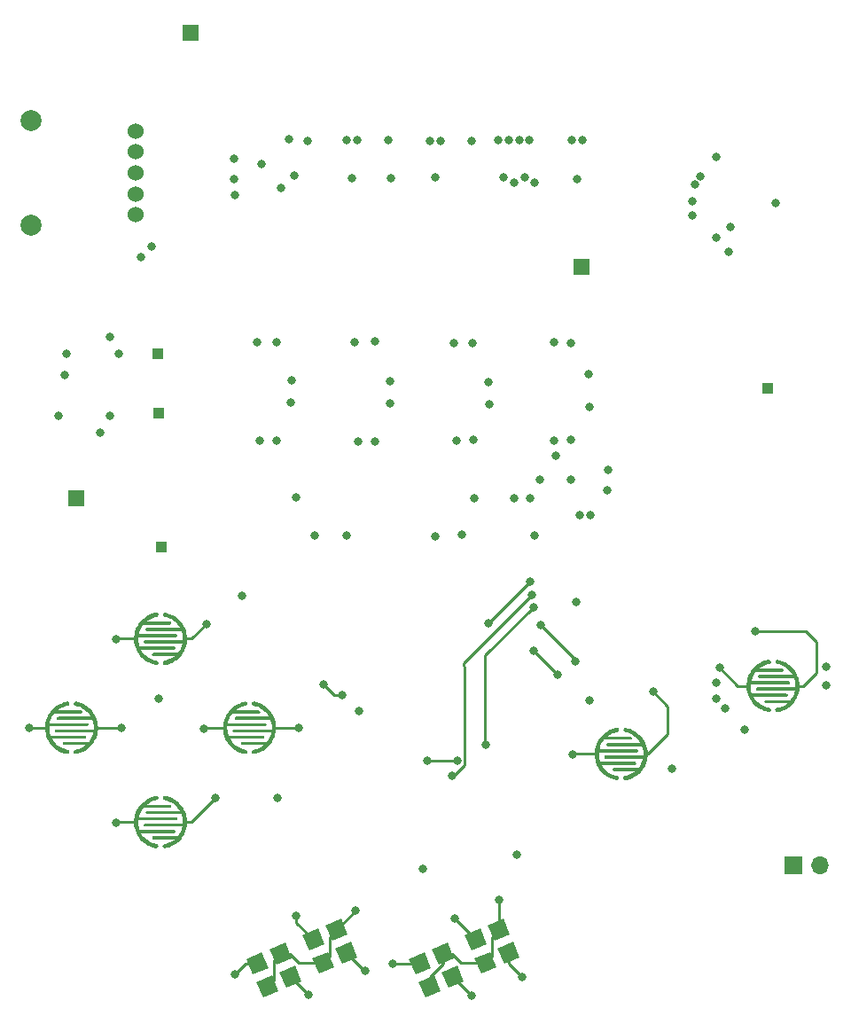
<source format=gtl>
G04 #@! TF.GenerationSoftware,KiCad,Pcbnew,(5.1.10-1-10_14)*
G04 #@! TF.CreationDate,2021-10-14T15:08:09+02:00*
G04 #@! TF.ProjectId,hi-board,68692d62-6f61-4726-942e-6b696361645f,rev?*
G04 #@! TF.SameCoordinates,Original*
G04 #@! TF.FileFunction,Copper,L1,Top*
G04 #@! TF.FilePolarity,Positive*
%FSLAX46Y46*%
G04 Gerber Fmt 4.6, Leading zero omitted, Abs format (unit mm)*
G04 Created by KiCad (PCBNEW (5.1.10-1-10_14)) date 2021-10-14 15:08:09*
%MOMM*%
%LPD*%
G01*
G04 APERTURE LIST*
G04 #@! TA.AperFunction,ComponentPad*
%ADD10R,1.700000X1.700000*%
G04 #@! TD*
G04 #@! TA.AperFunction,ComponentPad*
%ADD11O,1.700000X1.700000*%
G04 #@! TD*
G04 #@! TA.AperFunction,ComponentPad*
%ADD12C,1.524000*%
G04 #@! TD*
G04 #@! TA.AperFunction,ComponentPad*
%ADD13C,2.000000*%
G04 #@! TD*
G04 #@! TA.AperFunction,SMDPad,CuDef*
%ADD14C,0.150000*%
G04 #@! TD*
G04 #@! TA.AperFunction,ComponentPad*
%ADD15R,1.500000X1.500000*%
G04 #@! TD*
G04 #@! TA.AperFunction,ComponentPad*
%ADD16R,1.000000X1.000000*%
G04 #@! TD*
G04 #@! TA.AperFunction,ViaPad*
%ADD17C,0.800000*%
G04 #@! TD*
G04 #@! TA.AperFunction,Conductor*
%ADD18C,0.250000*%
G04 #@! TD*
G04 APERTURE END LIST*
D10*
X74930000Y14340000D03*
D11*
X77470000Y14340000D03*
D12*
X12100000Y84500000D03*
X12100000Y82500000D03*
X12100000Y80500000D03*
X12100000Y78500000D03*
X12100000Y76500000D03*
D13*
X2100000Y85500000D03*
X2100000Y75500000D03*
G04 #@! TA.AperFunction,SMDPad,CuDef*
D14*
G36*
X14121372Y38498855D02*
G01*
X14140674Y38495820D01*
X14159589Y38490916D01*
X14177934Y38484191D01*
X14195537Y38475707D01*
X14212227Y38465546D01*
X14227846Y38453804D01*
X14242244Y38440595D01*
X14255285Y38426043D01*
X14266844Y38410288D01*
X14276809Y38393480D01*
X14285087Y38375781D01*
X14291599Y38357358D01*
X14296282Y38338388D01*
X14299091Y38319050D01*
X14300000Y38299531D01*
X14299000Y38280017D01*
X14296100Y38260694D01*
X14291329Y38241745D01*
X14284731Y38223353D01*
X14276370Y38205692D01*
X14266325Y38188932D01*
X14254693Y38173232D01*
X14241584Y38158742D01*
X14227124Y38145599D01*
X14211450Y38133931D01*
X14194713Y38123848D01*
X14177072Y38115447D01*
X14158695Y38108807D01*
X14139757Y38103991D01*
X14019517Y38079602D01*
X13816927Y38022024D01*
X13622869Y37945716D01*
X13437189Y37850839D01*
X13261653Y37738294D01*
X13149716Y37650000D01*
X15370000Y37650000D01*
X15372094Y37649985D01*
X15386720Y37649065D01*
X15401187Y37646722D01*
X15415355Y37642979D01*
X15429091Y37637870D01*
X15442263Y37631446D01*
X15454745Y37623767D01*
X15466418Y37614907D01*
X15477171Y37604950D01*
X15486901Y37593991D01*
X15495515Y37582134D01*
X15502931Y37569494D01*
X15509078Y37556191D01*
X15513897Y37542351D01*
X15517343Y37528107D01*
X15519383Y37513595D01*
X15519996Y37498953D01*
X15519178Y37484321D01*
X15516936Y37469838D01*
X15513292Y37455644D01*
X15508279Y37441873D01*
X15501947Y37428656D01*
X15494356Y37416121D01*
X15485577Y37404386D01*
X15475695Y37393564D01*
X15464804Y37383758D01*
X15453009Y37375062D01*
X15440421Y37367558D01*
X15427161Y37361318D01*
X15413355Y37356402D01*
X15399135Y37352857D01*
X15384637Y37350716D01*
X15370000Y37350000D01*
X12849554Y37350000D01*
X12812084Y37306182D01*
X12692678Y37135234D01*
X12590527Y36953458D01*
X12506598Y36762574D01*
X12441696Y36564405D01*
X12416261Y36450000D01*
X15970000Y36450000D01*
X15972094Y36449985D01*
X15986720Y36449065D01*
X16001187Y36446722D01*
X16015355Y36442979D01*
X16029091Y36437870D01*
X16042263Y36431446D01*
X16054745Y36423767D01*
X16066418Y36414907D01*
X16077171Y36404950D01*
X16086901Y36393991D01*
X16095515Y36382134D01*
X16102931Y36369494D01*
X16109078Y36356191D01*
X16113897Y36342351D01*
X16117343Y36328107D01*
X16119383Y36313595D01*
X16119996Y36298953D01*
X16119178Y36284321D01*
X16116936Y36269838D01*
X16113292Y36255644D01*
X16108279Y36241873D01*
X16101947Y36228656D01*
X16094356Y36216121D01*
X16085577Y36204386D01*
X16075695Y36193564D01*
X16064804Y36183758D01*
X16053009Y36175062D01*
X16040421Y36167558D01*
X16027161Y36161318D01*
X16013355Y36156402D01*
X15999135Y36152857D01*
X15984637Y36150716D01*
X15970000Y36150000D01*
X12371179Y36150000D01*
X12368267Y36024956D01*
X12369759Y36009814D01*
X12369759Y35990186D01*
X12367835Y35970654D01*
X12366893Y35965917D01*
X12366415Y35945402D01*
X12381925Y35737459D01*
X12417651Y35532033D01*
X12473255Y35331065D01*
X12509453Y35237089D01*
X12512839Y35238682D01*
X12526645Y35243598D01*
X12540865Y35247143D01*
X12555363Y35249284D01*
X12570000Y35250000D01*
X15770000Y35250000D01*
X15772094Y35249985D01*
X15786720Y35249065D01*
X15801187Y35246722D01*
X15815355Y35242979D01*
X15829091Y35237870D01*
X15842263Y35231446D01*
X15854745Y35223767D01*
X15866418Y35214907D01*
X15877171Y35204950D01*
X15886901Y35193991D01*
X15895515Y35182134D01*
X15902931Y35169494D01*
X15909078Y35156191D01*
X15913897Y35142351D01*
X15917343Y35128107D01*
X15919383Y35113595D01*
X15919996Y35098953D01*
X15919178Y35084321D01*
X15916936Y35069838D01*
X15913292Y35055644D01*
X15908279Y35041873D01*
X15901947Y35028656D01*
X15894356Y35016121D01*
X15885577Y35004386D01*
X15875695Y34993564D01*
X15864804Y34983758D01*
X15853009Y34975062D01*
X15840421Y34967558D01*
X15827161Y34961318D01*
X15813355Y34956402D01*
X15799135Y34952857D01*
X15784637Y34950716D01*
X15770000Y34950000D01*
X12641873Y34950000D01*
X12753105Y34773817D01*
X12881098Y34609200D01*
X13024537Y34457865D01*
X13182065Y34321245D01*
X13352174Y34200649D01*
X13533243Y34097225D01*
X13723534Y34011968D01*
X13921234Y33945688D01*
X14133997Y33896825D01*
X14136714Y33896181D01*
X14155447Y33890620D01*
X14173546Y33883258D01*
X14190842Y33874164D01*
X14207166Y33863427D01*
X14222366Y33851147D01*
X14236295Y33837444D01*
X14248820Y33822445D01*
X14259822Y33806297D01*
X14269195Y33789152D01*
X14276850Y33771174D01*
X14282715Y33752535D01*
X14286733Y33733412D01*
X14288865Y33713989D01*
X14289092Y33694451D01*
X14287412Y33674984D01*
X14283839Y33655773D01*
X14278409Y33637002D01*
X14271174Y33618851D01*
X14262202Y33601493D01*
X14251578Y33585094D01*
X14239405Y33569809D01*
X14225799Y33555784D01*
X14210889Y33543155D01*
X14194818Y33532042D01*
X14177738Y33522549D01*
X14159814Y33514768D01*
X14141216Y33508773D01*
X14122123Y33504622D01*
X14102715Y33502354D01*
X14083179Y33501991D01*
X14063700Y33503536D01*
X14044465Y33506973D01*
X13822170Y33558025D01*
X13819453Y33558669D01*
X13811368Y33561069D01*
X13803363Y33563324D01*
X13587110Y33635824D01*
X13584469Y33636730D01*
X13576689Y33639894D01*
X13568909Y33642933D01*
X13360764Y33736190D01*
X13358224Y33737349D01*
X13350776Y33741265D01*
X13343344Y33745041D01*
X13145291Y33858165D01*
X13142876Y33859566D01*
X13135813Y33864212D01*
X13128818Y33868674D01*
X12942750Y34000583D01*
X12940484Y34002214D01*
X12933952Y34007491D01*
X12927380Y34012650D01*
X12755074Y34162086D01*
X12752977Y34163930D01*
X12746974Y34169837D01*
X12740955Y34175595D01*
X12584053Y34341133D01*
X12582146Y34343172D01*
X12576761Y34349621D01*
X12571319Y34355955D01*
X12431320Y34536014D01*
X12429621Y34538230D01*
X12424873Y34545199D01*
X12420094Y34552008D01*
X12298333Y34744868D01*
X12296859Y34747239D01*
X12292822Y34754623D01*
X12288721Y34761881D01*
X12186361Y34965704D01*
X12185125Y34968207D01*
X12181818Y34975972D01*
X12178455Y34983573D01*
X12096473Y35196412D01*
X12095488Y35199024D01*
X12092968Y35207034D01*
X12090349Y35214967D01*
X12029528Y35434790D01*
X12028802Y35437486D01*
X12027065Y35445752D01*
X12025244Y35453855D01*
X11986164Y35678564D01*
X11985704Y35681318D01*
X11984784Y35689699D01*
X11983760Y35697956D01*
X11966795Y35925406D01*
X11966606Y35928191D01*
X11966508Y35936638D01*
X11966295Y35944938D01*
X11971605Y36172958D01*
X11971689Y36175749D01*
X11972415Y36184160D01*
X11973014Y36192448D01*
X12000550Y36418860D01*
X12000906Y36421630D01*
X12002446Y36429914D01*
X12003854Y36438120D01*
X12053353Y36660766D01*
X12053977Y36663487D01*
X12056322Y36671593D01*
X12058520Y36679610D01*
X12129509Y36896363D01*
X12130396Y36899010D01*
X12133520Y36906846D01*
X12136491Y36914613D01*
X12228293Y37123405D01*
X12229434Y37125953D01*
X12233309Y37133450D01*
X12237022Y37140887D01*
X12348760Y37339722D01*
X12350144Y37342147D01*
X12354710Y37349195D01*
X12359153Y37356269D01*
X12489760Y37543253D01*
X12491374Y37545531D01*
X12496614Y37552109D01*
X12501719Y37558707D01*
X12649950Y37732053D01*
X12651779Y37734162D01*
X12657617Y37740179D01*
X12663358Y37746265D01*
X12827797Y37904319D01*
X12829823Y37906240D01*
X12836210Y37911650D01*
X12842530Y37917157D01*
X13021608Y38058410D01*
X13023812Y38060124D01*
X13030758Y38064927D01*
X13037522Y38069746D01*
X13229527Y38192851D01*
X13231888Y38194342D01*
X13239266Y38198443D01*
X13246474Y38202582D01*
X13449578Y38306362D01*
X13452072Y38307615D01*
X13459775Y38310959D01*
X13467390Y38314392D01*
X13679652Y38397858D01*
X13682257Y38398862D01*
X13690259Y38401441D01*
X13698164Y38404112D01*
X13917557Y38466466D01*
X13920248Y38467211D01*
X13926396Y38468547D01*
X13932477Y38470094D01*
X14060244Y38496009D01*
X14062984Y38496545D01*
X14082340Y38499219D01*
X14101864Y38499992D01*
X14121372Y38498855D01*
G37*
G04 #@! TD.AperFunction*
G04 #@! TA.AperFunction,SMDPad,CuDef*
G36*
X14878628Y33501145D02*
G01*
X14859326Y33504180D01*
X14840411Y33509084D01*
X14822066Y33515809D01*
X14804463Y33524293D01*
X14787773Y33534454D01*
X14772154Y33546196D01*
X14757756Y33559405D01*
X14744715Y33573957D01*
X14733156Y33589712D01*
X14723191Y33606520D01*
X14714913Y33624219D01*
X14708401Y33642642D01*
X14703718Y33661612D01*
X14700909Y33680950D01*
X14700000Y33700469D01*
X14701000Y33719983D01*
X14703900Y33739306D01*
X14708671Y33758255D01*
X14715269Y33776647D01*
X14723630Y33794308D01*
X14733675Y33811068D01*
X14745307Y33826768D01*
X14758416Y33841258D01*
X14772876Y33854401D01*
X14788550Y33866069D01*
X14805287Y33876152D01*
X14822928Y33884553D01*
X14841305Y33891193D01*
X14860243Y33896009D01*
X14980483Y33920398D01*
X15183073Y33977976D01*
X15377131Y34054284D01*
X15562811Y34149161D01*
X15738347Y34261706D01*
X15850284Y34350000D01*
X13830000Y34350000D01*
X13827906Y34350015D01*
X13813280Y34350935D01*
X13798813Y34353278D01*
X13784645Y34357021D01*
X13770909Y34362130D01*
X13757737Y34368554D01*
X13745255Y34376233D01*
X13733582Y34385093D01*
X13722829Y34395050D01*
X13713099Y34406009D01*
X13704485Y34417866D01*
X13697069Y34430506D01*
X13690922Y34443809D01*
X13686103Y34457649D01*
X13682657Y34471893D01*
X13680617Y34486405D01*
X13680004Y34501047D01*
X13680822Y34515679D01*
X13683064Y34530162D01*
X13686708Y34544356D01*
X13691721Y34558127D01*
X13698053Y34571344D01*
X13705644Y34583879D01*
X13714423Y34595614D01*
X13724305Y34606436D01*
X13735196Y34616242D01*
X13746991Y34624938D01*
X13759579Y34632442D01*
X13772839Y34638682D01*
X13786645Y34643598D01*
X13800865Y34647143D01*
X13815363Y34649284D01*
X13830000Y34650000D01*
X16150446Y34650000D01*
X16187916Y34693818D01*
X16307322Y34864766D01*
X16409473Y35046542D01*
X16493402Y35237426D01*
X16558304Y35435595D01*
X16583739Y35550000D01*
X13030000Y35550000D01*
X13027906Y35550015D01*
X13013280Y35550935D01*
X12998813Y35553278D01*
X12984645Y35557021D01*
X12970909Y35562130D01*
X12957737Y35568554D01*
X12945255Y35576233D01*
X12933582Y35585093D01*
X12922829Y35595050D01*
X12913099Y35606009D01*
X12904485Y35617866D01*
X12897069Y35630506D01*
X12890922Y35643809D01*
X12886103Y35657649D01*
X12882657Y35671893D01*
X12880617Y35686405D01*
X12880004Y35701047D01*
X12880822Y35715679D01*
X12883064Y35730162D01*
X12886708Y35744356D01*
X12891721Y35758127D01*
X12898053Y35771344D01*
X12905644Y35783879D01*
X12914423Y35795614D01*
X12924305Y35806436D01*
X12935196Y35816242D01*
X12946991Y35824938D01*
X12959579Y35832442D01*
X12972839Y35838682D01*
X12986645Y35843598D01*
X13000865Y35847143D01*
X13015363Y35849284D01*
X13030000Y35850000D01*
X16628821Y35850000D01*
X16631733Y35975044D01*
X16630241Y35990186D01*
X16630241Y36009814D01*
X16632165Y36029346D01*
X16633107Y36034083D01*
X16633585Y36054598D01*
X16618075Y36262541D01*
X16582349Y36467967D01*
X16526745Y36668935D01*
X16495520Y36750000D01*
X13230000Y36750000D01*
X13227906Y36750015D01*
X13213280Y36750935D01*
X13198813Y36753278D01*
X13184645Y36757021D01*
X13170909Y36762130D01*
X13157737Y36768554D01*
X13145255Y36776233D01*
X13133582Y36785093D01*
X13122829Y36795050D01*
X13113099Y36806009D01*
X13104485Y36817866D01*
X13097069Y36830506D01*
X13090922Y36843809D01*
X13086103Y36857649D01*
X13082657Y36871893D01*
X13080617Y36886405D01*
X13080004Y36901047D01*
X13080822Y36915679D01*
X13083064Y36930162D01*
X13086708Y36944356D01*
X13091721Y36958127D01*
X13098053Y36971344D01*
X13105644Y36983879D01*
X13114423Y36995614D01*
X13124305Y37006436D01*
X13135196Y37016242D01*
X13146991Y37024938D01*
X13159579Y37032442D01*
X13172839Y37038682D01*
X13186645Y37043598D01*
X13200865Y37047143D01*
X13215363Y37049284D01*
X13230000Y37050000D01*
X16358127Y37050000D01*
X16246895Y37226183D01*
X16118902Y37390800D01*
X15975463Y37542135D01*
X15817935Y37678755D01*
X15647826Y37799351D01*
X15466757Y37902775D01*
X15276466Y37988032D01*
X15078766Y38054312D01*
X14866003Y38103175D01*
X14863286Y38103819D01*
X14844553Y38109380D01*
X14826454Y38116742D01*
X14809158Y38125836D01*
X14792834Y38136573D01*
X14777634Y38148853D01*
X14763705Y38162556D01*
X14751180Y38177555D01*
X14740178Y38193703D01*
X14730805Y38210848D01*
X14723150Y38228826D01*
X14717285Y38247465D01*
X14713267Y38266588D01*
X14711135Y38286011D01*
X14710908Y38305549D01*
X14712588Y38325016D01*
X14716161Y38344227D01*
X14721591Y38362998D01*
X14728826Y38381149D01*
X14737798Y38398507D01*
X14748422Y38414906D01*
X14760595Y38430191D01*
X14774201Y38444216D01*
X14789111Y38456845D01*
X14805182Y38467958D01*
X14822262Y38477451D01*
X14840186Y38485232D01*
X14858784Y38491227D01*
X14877877Y38495378D01*
X14897285Y38497646D01*
X14916821Y38498009D01*
X14936300Y38496464D01*
X14955535Y38493027D01*
X15177830Y38441975D01*
X15180547Y38441331D01*
X15188632Y38438931D01*
X15196637Y38436676D01*
X15412890Y38364176D01*
X15415531Y38363270D01*
X15423311Y38360106D01*
X15431091Y38357067D01*
X15639236Y38263810D01*
X15641776Y38262651D01*
X15649224Y38258735D01*
X15656656Y38254959D01*
X15854709Y38141835D01*
X15857124Y38140434D01*
X15864187Y38135788D01*
X15871182Y38131326D01*
X16057250Y37999417D01*
X16059516Y37997786D01*
X16066048Y37992509D01*
X16072620Y37987350D01*
X16244926Y37837914D01*
X16247023Y37836070D01*
X16253026Y37830163D01*
X16259045Y37824405D01*
X16415947Y37658867D01*
X16417854Y37656828D01*
X16423239Y37650379D01*
X16428681Y37644045D01*
X16568680Y37463986D01*
X16570379Y37461770D01*
X16575127Y37454801D01*
X16579906Y37447992D01*
X16701667Y37255132D01*
X16703141Y37252761D01*
X16707178Y37245377D01*
X16711279Y37238119D01*
X16813639Y37034296D01*
X16814875Y37031793D01*
X16818182Y37024028D01*
X16821545Y37016427D01*
X16903527Y36803588D01*
X16904512Y36800976D01*
X16907032Y36792966D01*
X16909651Y36785033D01*
X16970472Y36565210D01*
X16971198Y36562514D01*
X16972935Y36554248D01*
X16974756Y36546145D01*
X17013836Y36321436D01*
X17014296Y36318682D01*
X17015216Y36310301D01*
X17016240Y36302044D01*
X17033205Y36074594D01*
X17033394Y36071809D01*
X17033492Y36063362D01*
X17033705Y36055062D01*
X17028395Y35827042D01*
X17028311Y35824251D01*
X17027585Y35815840D01*
X17026986Y35807552D01*
X16999450Y35581140D01*
X16999094Y35578370D01*
X16997554Y35570086D01*
X16996146Y35561880D01*
X16946647Y35339234D01*
X16946023Y35336513D01*
X16943678Y35328407D01*
X16941480Y35320390D01*
X16870491Y35103637D01*
X16869604Y35100990D01*
X16866480Y35093154D01*
X16863509Y35085387D01*
X16771707Y34876595D01*
X16770566Y34874047D01*
X16766691Y34866550D01*
X16762978Y34859113D01*
X16651240Y34660278D01*
X16649856Y34657853D01*
X16645290Y34650805D01*
X16640847Y34643731D01*
X16510240Y34456747D01*
X16508626Y34454469D01*
X16503386Y34447891D01*
X16498281Y34441293D01*
X16350050Y34267947D01*
X16348221Y34265838D01*
X16342383Y34259821D01*
X16336642Y34253735D01*
X16172203Y34095681D01*
X16170177Y34093760D01*
X16163790Y34088350D01*
X16157470Y34082843D01*
X15978392Y33941590D01*
X15976188Y33939876D01*
X15969242Y33935073D01*
X15962478Y33930254D01*
X15770473Y33807149D01*
X15768112Y33805658D01*
X15760734Y33801557D01*
X15753526Y33797418D01*
X15550422Y33693638D01*
X15547928Y33692385D01*
X15540225Y33689041D01*
X15532610Y33685608D01*
X15320348Y33602142D01*
X15317743Y33601138D01*
X15309741Y33598559D01*
X15301836Y33595888D01*
X15082443Y33533534D01*
X15079752Y33532789D01*
X15073604Y33531453D01*
X15067523Y33529906D01*
X14939756Y33503991D01*
X14937016Y33503455D01*
X14917660Y33500781D01*
X14898136Y33500008D01*
X14878628Y33501145D01*
G37*
G04 #@! TD.AperFunction*
G04 #@! TA.AperFunction,SMDPad,CuDef*
G36*
X72621372Y33998855D02*
G01*
X72640674Y33995820D01*
X72659589Y33990916D01*
X72677934Y33984191D01*
X72695537Y33975707D01*
X72712227Y33965546D01*
X72727846Y33953804D01*
X72742244Y33940595D01*
X72755285Y33926043D01*
X72766844Y33910288D01*
X72776809Y33893480D01*
X72785087Y33875781D01*
X72791599Y33857358D01*
X72796282Y33838388D01*
X72799091Y33819050D01*
X72800000Y33799531D01*
X72799000Y33780017D01*
X72796100Y33760694D01*
X72791329Y33741745D01*
X72784731Y33723353D01*
X72776370Y33705692D01*
X72766325Y33688932D01*
X72754693Y33673232D01*
X72741584Y33658742D01*
X72727124Y33645599D01*
X72711450Y33633931D01*
X72694713Y33623848D01*
X72677072Y33615447D01*
X72658695Y33608807D01*
X72639757Y33603991D01*
X72519517Y33579602D01*
X72316927Y33522024D01*
X72122869Y33445716D01*
X71937189Y33350839D01*
X71761653Y33238294D01*
X71649716Y33150000D01*
X73870000Y33150000D01*
X73872094Y33149985D01*
X73886720Y33149065D01*
X73901187Y33146722D01*
X73915355Y33142979D01*
X73929091Y33137870D01*
X73942263Y33131446D01*
X73954745Y33123767D01*
X73966418Y33114907D01*
X73977171Y33104950D01*
X73986901Y33093991D01*
X73995515Y33082134D01*
X74002931Y33069494D01*
X74009078Y33056191D01*
X74013897Y33042351D01*
X74017343Y33028107D01*
X74019383Y33013595D01*
X74019996Y32998953D01*
X74019178Y32984321D01*
X74016936Y32969838D01*
X74013292Y32955644D01*
X74008279Y32941873D01*
X74001947Y32928656D01*
X73994356Y32916121D01*
X73985577Y32904386D01*
X73975695Y32893564D01*
X73964804Y32883758D01*
X73953009Y32875062D01*
X73940421Y32867558D01*
X73927161Y32861318D01*
X73913355Y32856402D01*
X73899135Y32852857D01*
X73884637Y32850716D01*
X73870000Y32850000D01*
X71349554Y32850000D01*
X71312084Y32806182D01*
X71192678Y32635234D01*
X71090527Y32453458D01*
X71006598Y32262574D01*
X70941696Y32064405D01*
X70916261Y31950000D01*
X74470000Y31950000D01*
X74472094Y31949985D01*
X74486720Y31949065D01*
X74501187Y31946722D01*
X74515355Y31942979D01*
X74529091Y31937870D01*
X74542263Y31931446D01*
X74554745Y31923767D01*
X74566418Y31914907D01*
X74577171Y31904950D01*
X74586901Y31893991D01*
X74595515Y31882134D01*
X74602931Y31869494D01*
X74609078Y31856191D01*
X74613897Y31842351D01*
X74617343Y31828107D01*
X74619383Y31813595D01*
X74619996Y31798953D01*
X74619178Y31784321D01*
X74616936Y31769838D01*
X74613292Y31755644D01*
X74608279Y31741873D01*
X74601947Y31728656D01*
X74594356Y31716121D01*
X74585577Y31704386D01*
X74575695Y31693564D01*
X74564804Y31683758D01*
X74553009Y31675062D01*
X74540421Y31667558D01*
X74527161Y31661318D01*
X74513355Y31656402D01*
X74499135Y31652857D01*
X74484637Y31650716D01*
X74470000Y31650000D01*
X70871179Y31650000D01*
X70868267Y31524956D01*
X70869759Y31509814D01*
X70869759Y31490186D01*
X70867835Y31470654D01*
X70866893Y31465917D01*
X70866415Y31445402D01*
X70881925Y31237459D01*
X70917651Y31032033D01*
X70973255Y30831065D01*
X71009453Y30737089D01*
X71012839Y30738682D01*
X71026645Y30743598D01*
X71040865Y30747143D01*
X71055363Y30749284D01*
X71070000Y30750000D01*
X74270000Y30750000D01*
X74272094Y30749985D01*
X74286720Y30749065D01*
X74301187Y30746722D01*
X74315355Y30742979D01*
X74329091Y30737870D01*
X74342263Y30731446D01*
X74354745Y30723767D01*
X74366418Y30714907D01*
X74377171Y30704950D01*
X74386901Y30693991D01*
X74395515Y30682134D01*
X74402931Y30669494D01*
X74409078Y30656191D01*
X74413897Y30642351D01*
X74417343Y30628107D01*
X74419383Y30613595D01*
X74419996Y30598953D01*
X74419178Y30584321D01*
X74416936Y30569838D01*
X74413292Y30555644D01*
X74408279Y30541873D01*
X74401947Y30528656D01*
X74394356Y30516121D01*
X74385577Y30504386D01*
X74375695Y30493564D01*
X74364804Y30483758D01*
X74353009Y30475062D01*
X74340421Y30467558D01*
X74327161Y30461318D01*
X74313355Y30456402D01*
X74299135Y30452857D01*
X74284637Y30450716D01*
X74270000Y30450000D01*
X71141873Y30450000D01*
X71253105Y30273817D01*
X71381098Y30109200D01*
X71524537Y29957865D01*
X71682065Y29821245D01*
X71852174Y29700649D01*
X72033243Y29597225D01*
X72223534Y29511968D01*
X72421234Y29445688D01*
X72633997Y29396825D01*
X72636714Y29396181D01*
X72655447Y29390620D01*
X72673546Y29383258D01*
X72690842Y29374164D01*
X72707166Y29363427D01*
X72722366Y29351147D01*
X72736295Y29337444D01*
X72748820Y29322445D01*
X72759822Y29306297D01*
X72769195Y29289152D01*
X72776850Y29271174D01*
X72782715Y29252535D01*
X72786733Y29233412D01*
X72788865Y29213989D01*
X72789092Y29194451D01*
X72787412Y29174984D01*
X72783839Y29155773D01*
X72778409Y29137002D01*
X72771174Y29118851D01*
X72762202Y29101493D01*
X72751578Y29085094D01*
X72739405Y29069809D01*
X72725799Y29055784D01*
X72710889Y29043155D01*
X72694818Y29032042D01*
X72677738Y29022549D01*
X72659814Y29014768D01*
X72641216Y29008773D01*
X72622123Y29004622D01*
X72602715Y29002354D01*
X72583179Y29001991D01*
X72563700Y29003536D01*
X72544465Y29006973D01*
X72322170Y29058025D01*
X72319453Y29058669D01*
X72311368Y29061069D01*
X72303363Y29063324D01*
X72087110Y29135824D01*
X72084469Y29136730D01*
X72076689Y29139894D01*
X72068909Y29142933D01*
X71860764Y29236190D01*
X71858224Y29237349D01*
X71850776Y29241265D01*
X71843344Y29245041D01*
X71645291Y29358165D01*
X71642876Y29359566D01*
X71635813Y29364212D01*
X71628818Y29368674D01*
X71442750Y29500583D01*
X71440484Y29502214D01*
X71433952Y29507491D01*
X71427380Y29512650D01*
X71255074Y29662086D01*
X71252977Y29663930D01*
X71246974Y29669837D01*
X71240955Y29675595D01*
X71084053Y29841133D01*
X71082146Y29843172D01*
X71076761Y29849621D01*
X71071319Y29855955D01*
X70931320Y30036014D01*
X70929621Y30038230D01*
X70924873Y30045199D01*
X70920094Y30052008D01*
X70798333Y30244868D01*
X70796859Y30247239D01*
X70792822Y30254623D01*
X70788721Y30261881D01*
X70686361Y30465704D01*
X70685125Y30468207D01*
X70681818Y30475972D01*
X70678455Y30483573D01*
X70596473Y30696412D01*
X70595488Y30699024D01*
X70592968Y30707034D01*
X70590349Y30714967D01*
X70529528Y30934790D01*
X70528802Y30937486D01*
X70527065Y30945752D01*
X70525244Y30953855D01*
X70486164Y31178564D01*
X70485704Y31181318D01*
X70484784Y31189699D01*
X70483760Y31197956D01*
X70466795Y31425406D01*
X70466606Y31428191D01*
X70466508Y31436638D01*
X70466295Y31444938D01*
X70471605Y31672958D01*
X70471689Y31675749D01*
X70472415Y31684160D01*
X70473014Y31692448D01*
X70500550Y31918860D01*
X70500906Y31921630D01*
X70502446Y31929914D01*
X70503854Y31938120D01*
X70553353Y32160766D01*
X70553977Y32163487D01*
X70556322Y32171593D01*
X70558520Y32179610D01*
X70629509Y32396363D01*
X70630396Y32399010D01*
X70633520Y32406846D01*
X70636491Y32414613D01*
X70728293Y32623405D01*
X70729434Y32625953D01*
X70733309Y32633450D01*
X70737022Y32640887D01*
X70848760Y32839722D01*
X70850144Y32842147D01*
X70854710Y32849195D01*
X70859153Y32856269D01*
X70989760Y33043253D01*
X70991374Y33045531D01*
X70996614Y33052109D01*
X71001719Y33058707D01*
X71149950Y33232053D01*
X71151779Y33234162D01*
X71157617Y33240179D01*
X71163358Y33246265D01*
X71327797Y33404319D01*
X71329823Y33406240D01*
X71336210Y33411650D01*
X71342530Y33417157D01*
X71521608Y33558410D01*
X71523812Y33560124D01*
X71530758Y33564927D01*
X71537522Y33569746D01*
X71729527Y33692851D01*
X71731888Y33694342D01*
X71739266Y33698443D01*
X71746474Y33702582D01*
X71949578Y33806362D01*
X71952072Y33807615D01*
X71959775Y33810959D01*
X71967390Y33814392D01*
X72179652Y33897858D01*
X72182257Y33898862D01*
X72190259Y33901441D01*
X72198164Y33904112D01*
X72417557Y33966466D01*
X72420248Y33967211D01*
X72426396Y33968547D01*
X72432477Y33970094D01*
X72560244Y33996009D01*
X72562984Y33996545D01*
X72582340Y33999219D01*
X72601864Y33999992D01*
X72621372Y33998855D01*
G37*
G04 #@! TD.AperFunction*
G04 #@! TA.AperFunction,SMDPad,CuDef*
G36*
X73378628Y29001145D02*
G01*
X73359326Y29004180D01*
X73340411Y29009084D01*
X73322066Y29015809D01*
X73304463Y29024293D01*
X73287773Y29034454D01*
X73272154Y29046196D01*
X73257756Y29059405D01*
X73244715Y29073957D01*
X73233156Y29089712D01*
X73223191Y29106520D01*
X73214913Y29124219D01*
X73208401Y29142642D01*
X73203718Y29161612D01*
X73200909Y29180950D01*
X73200000Y29200469D01*
X73201000Y29219983D01*
X73203900Y29239306D01*
X73208671Y29258255D01*
X73215269Y29276647D01*
X73223630Y29294308D01*
X73233675Y29311068D01*
X73245307Y29326768D01*
X73258416Y29341258D01*
X73272876Y29354401D01*
X73288550Y29366069D01*
X73305287Y29376152D01*
X73322928Y29384553D01*
X73341305Y29391193D01*
X73360243Y29396009D01*
X73480483Y29420398D01*
X73683073Y29477976D01*
X73877131Y29554284D01*
X74062811Y29649161D01*
X74238347Y29761706D01*
X74350284Y29850000D01*
X72330000Y29850000D01*
X72327906Y29850015D01*
X72313280Y29850935D01*
X72298813Y29853278D01*
X72284645Y29857021D01*
X72270909Y29862130D01*
X72257737Y29868554D01*
X72245255Y29876233D01*
X72233582Y29885093D01*
X72222829Y29895050D01*
X72213099Y29906009D01*
X72204485Y29917866D01*
X72197069Y29930506D01*
X72190922Y29943809D01*
X72186103Y29957649D01*
X72182657Y29971893D01*
X72180617Y29986405D01*
X72180004Y30001047D01*
X72180822Y30015679D01*
X72183064Y30030162D01*
X72186708Y30044356D01*
X72191721Y30058127D01*
X72198053Y30071344D01*
X72205644Y30083879D01*
X72214423Y30095614D01*
X72224305Y30106436D01*
X72235196Y30116242D01*
X72246991Y30124938D01*
X72259579Y30132442D01*
X72272839Y30138682D01*
X72286645Y30143598D01*
X72300865Y30147143D01*
X72315363Y30149284D01*
X72330000Y30150000D01*
X74650446Y30150000D01*
X74687916Y30193818D01*
X74807322Y30364766D01*
X74909473Y30546542D01*
X74993402Y30737426D01*
X75058304Y30935595D01*
X75083739Y31050000D01*
X71530000Y31050000D01*
X71527906Y31050015D01*
X71513280Y31050935D01*
X71498813Y31053278D01*
X71484645Y31057021D01*
X71470909Y31062130D01*
X71457737Y31068554D01*
X71445255Y31076233D01*
X71433582Y31085093D01*
X71422829Y31095050D01*
X71413099Y31106009D01*
X71404485Y31117866D01*
X71397069Y31130506D01*
X71390922Y31143809D01*
X71386103Y31157649D01*
X71382657Y31171893D01*
X71380617Y31186405D01*
X71380004Y31201047D01*
X71380822Y31215679D01*
X71383064Y31230162D01*
X71386708Y31244356D01*
X71391721Y31258127D01*
X71398053Y31271344D01*
X71405644Y31283879D01*
X71414423Y31295614D01*
X71424305Y31306436D01*
X71435196Y31316242D01*
X71446991Y31324938D01*
X71459579Y31332442D01*
X71472839Y31338682D01*
X71486645Y31343598D01*
X71500865Y31347143D01*
X71515363Y31349284D01*
X71530000Y31350000D01*
X75128821Y31350000D01*
X75131733Y31475044D01*
X75130241Y31490186D01*
X75130241Y31509814D01*
X75132165Y31529346D01*
X75133107Y31534083D01*
X75133585Y31554598D01*
X75118075Y31762541D01*
X75082349Y31967967D01*
X75026745Y32168935D01*
X74995520Y32250000D01*
X71730000Y32250000D01*
X71727906Y32250015D01*
X71713280Y32250935D01*
X71698813Y32253278D01*
X71684645Y32257021D01*
X71670909Y32262130D01*
X71657737Y32268554D01*
X71645255Y32276233D01*
X71633582Y32285093D01*
X71622829Y32295050D01*
X71613099Y32306009D01*
X71604485Y32317866D01*
X71597069Y32330506D01*
X71590922Y32343809D01*
X71586103Y32357649D01*
X71582657Y32371893D01*
X71580617Y32386405D01*
X71580004Y32401047D01*
X71580822Y32415679D01*
X71583064Y32430162D01*
X71586708Y32444356D01*
X71591721Y32458127D01*
X71598053Y32471344D01*
X71605644Y32483879D01*
X71614423Y32495614D01*
X71624305Y32506436D01*
X71635196Y32516242D01*
X71646991Y32524938D01*
X71659579Y32532442D01*
X71672839Y32538682D01*
X71686645Y32543598D01*
X71700865Y32547143D01*
X71715363Y32549284D01*
X71730000Y32550000D01*
X74858127Y32550000D01*
X74746895Y32726183D01*
X74618902Y32890800D01*
X74475463Y33042135D01*
X74317935Y33178755D01*
X74147826Y33299351D01*
X73966757Y33402775D01*
X73776466Y33488032D01*
X73578766Y33554312D01*
X73366003Y33603175D01*
X73363286Y33603819D01*
X73344553Y33609380D01*
X73326454Y33616742D01*
X73309158Y33625836D01*
X73292834Y33636573D01*
X73277634Y33648853D01*
X73263705Y33662556D01*
X73251180Y33677555D01*
X73240178Y33693703D01*
X73230805Y33710848D01*
X73223150Y33728826D01*
X73217285Y33747465D01*
X73213267Y33766588D01*
X73211135Y33786011D01*
X73210908Y33805549D01*
X73212588Y33825016D01*
X73216161Y33844227D01*
X73221591Y33862998D01*
X73228826Y33881149D01*
X73237798Y33898507D01*
X73248422Y33914906D01*
X73260595Y33930191D01*
X73274201Y33944216D01*
X73289111Y33956845D01*
X73305182Y33967958D01*
X73322262Y33977451D01*
X73340186Y33985232D01*
X73358784Y33991227D01*
X73377877Y33995378D01*
X73397285Y33997646D01*
X73416821Y33998009D01*
X73436300Y33996464D01*
X73455535Y33993027D01*
X73677830Y33941975D01*
X73680547Y33941331D01*
X73688632Y33938931D01*
X73696637Y33936676D01*
X73912890Y33864176D01*
X73915531Y33863270D01*
X73923311Y33860106D01*
X73931091Y33857067D01*
X74139236Y33763810D01*
X74141776Y33762651D01*
X74149224Y33758735D01*
X74156656Y33754959D01*
X74354709Y33641835D01*
X74357124Y33640434D01*
X74364187Y33635788D01*
X74371182Y33631326D01*
X74557250Y33499417D01*
X74559516Y33497786D01*
X74566048Y33492509D01*
X74572620Y33487350D01*
X74744926Y33337914D01*
X74747023Y33336070D01*
X74753026Y33330163D01*
X74759045Y33324405D01*
X74915947Y33158867D01*
X74917854Y33156828D01*
X74923239Y33150379D01*
X74928681Y33144045D01*
X75068680Y32963986D01*
X75070379Y32961770D01*
X75075127Y32954801D01*
X75079906Y32947992D01*
X75201667Y32755132D01*
X75203141Y32752761D01*
X75207178Y32745377D01*
X75211279Y32738119D01*
X75313639Y32534296D01*
X75314875Y32531793D01*
X75318182Y32524028D01*
X75321545Y32516427D01*
X75403527Y32303588D01*
X75404512Y32300976D01*
X75407032Y32292966D01*
X75409651Y32285033D01*
X75470472Y32065210D01*
X75471198Y32062514D01*
X75472935Y32054248D01*
X75474756Y32046145D01*
X75513836Y31821436D01*
X75514296Y31818682D01*
X75515216Y31810301D01*
X75516240Y31802044D01*
X75533205Y31574594D01*
X75533394Y31571809D01*
X75533492Y31563362D01*
X75533705Y31555062D01*
X75528395Y31327042D01*
X75528311Y31324251D01*
X75527585Y31315840D01*
X75526986Y31307552D01*
X75499450Y31081140D01*
X75499094Y31078370D01*
X75497554Y31070086D01*
X75496146Y31061880D01*
X75446647Y30839234D01*
X75446023Y30836513D01*
X75443678Y30828407D01*
X75441480Y30820390D01*
X75370491Y30603637D01*
X75369604Y30600990D01*
X75366480Y30593154D01*
X75363509Y30585387D01*
X75271707Y30376595D01*
X75270566Y30374047D01*
X75266691Y30366550D01*
X75262978Y30359113D01*
X75151240Y30160278D01*
X75149856Y30157853D01*
X75145290Y30150805D01*
X75140847Y30143731D01*
X75010240Y29956747D01*
X75008626Y29954469D01*
X75003386Y29947891D01*
X74998281Y29941293D01*
X74850050Y29767947D01*
X74848221Y29765838D01*
X74842383Y29759821D01*
X74836642Y29753735D01*
X74672203Y29595681D01*
X74670177Y29593760D01*
X74663790Y29588350D01*
X74657470Y29582843D01*
X74478392Y29441590D01*
X74476188Y29439876D01*
X74469242Y29435073D01*
X74462478Y29430254D01*
X74270473Y29307149D01*
X74268112Y29305658D01*
X74260734Y29301557D01*
X74253526Y29297418D01*
X74050422Y29193638D01*
X74047928Y29192385D01*
X74040225Y29189041D01*
X74032610Y29185608D01*
X73820348Y29102142D01*
X73817743Y29101138D01*
X73809741Y29098559D01*
X73801836Y29095888D01*
X73582443Y29033534D01*
X73579752Y29032789D01*
X73573604Y29031453D01*
X73567523Y29029906D01*
X73439756Y29003991D01*
X73437016Y29003455D01*
X73417660Y29000781D01*
X73398136Y29000008D01*
X73378628Y29001145D01*
G37*
G04 #@! TD.AperFunction*
G04 #@! TA.AperFunction,SMDPad,CuDef*
G36*
X14878628Y16001145D02*
G01*
X14859326Y16004180D01*
X14840411Y16009084D01*
X14822066Y16015809D01*
X14804463Y16024293D01*
X14787773Y16034454D01*
X14772154Y16046196D01*
X14757756Y16059405D01*
X14744715Y16073957D01*
X14733156Y16089712D01*
X14723191Y16106520D01*
X14714913Y16124219D01*
X14708401Y16142642D01*
X14703718Y16161612D01*
X14700909Y16180950D01*
X14700000Y16200469D01*
X14701000Y16219983D01*
X14703900Y16239306D01*
X14708671Y16258255D01*
X14715269Y16276647D01*
X14723630Y16294308D01*
X14733675Y16311068D01*
X14745307Y16326768D01*
X14758416Y16341258D01*
X14772876Y16354401D01*
X14788550Y16366069D01*
X14805287Y16376152D01*
X14822928Y16384553D01*
X14841305Y16391193D01*
X14860243Y16396009D01*
X14980483Y16420398D01*
X15183073Y16477976D01*
X15377131Y16554284D01*
X15562811Y16649161D01*
X15738347Y16761706D01*
X15850284Y16850000D01*
X13830000Y16850000D01*
X13827906Y16850015D01*
X13813280Y16850935D01*
X13798813Y16853278D01*
X13784645Y16857021D01*
X13770909Y16862130D01*
X13757737Y16868554D01*
X13745255Y16876233D01*
X13733582Y16885093D01*
X13722829Y16895050D01*
X13713099Y16906009D01*
X13704485Y16917866D01*
X13697069Y16930506D01*
X13690922Y16943809D01*
X13686103Y16957649D01*
X13682657Y16971893D01*
X13680617Y16986405D01*
X13680004Y17001047D01*
X13680822Y17015679D01*
X13683064Y17030162D01*
X13686708Y17044356D01*
X13691721Y17058127D01*
X13698053Y17071344D01*
X13705644Y17083879D01*
X13714423Y17095614D01*
X13724305Y17106436D01*
X13735196Y17116242D01*
X13746991Y17124938D01*
X13759579Y17132442D01*
X13772839Y17138682D01*
X13786645Y17143598D01*
X13800865Y17147143D01*
X13815363Y17149284D01*
X13830000Y17150000D01*
X16150446Y17150000D01*
X16187916Y17193818D01*
X16307322Y17364766D01*
X16409473Y17546542D01*
X16493402Y17737426D01*
X16558304Y17935595D01*
X16583739Y18050000D01*
X13030000Y18050000D01*
X13027906Y18050015D01*
X13013280Y18050935D01*
X12998813Y18053278D01*
X12984645Y18057021D01*
X12970909Y18062130D01*
X12957737Y18068554D01*
X12945255Y18076233D01*
X12933582Y18085093D01*
X12922829Y18095050D01*
X12913099Y18106009D01*
X12904485Y18117866D01*
X12897069Y18130506D01*
X12890922Y18143809D01*
X12886103Y18157649D01*
X12882657Y18171893D01*
X12880617Y18186405D01*
X12880004Y18201047D01*
X12880822Y18215679D01*
X12883064Y18230162D01*
X12886708Y18244356D01*
X12891721Y18258127D01*
X12898053Y18271344D01*
X12905644Y18283879D01*
X12914423Y18295614D01*
X12924305Y18306436D01*
X12935196Y18316242D01*
X12946991Y18324938D01*
X12959579Y18332442D01*
X12972839Y18338682D01*
X12986645Y18343598D01*
X13000865Y18347143D01*
X13015363Y18349284D01*
X13030000Y18350000D01*
X16628821Y18350000D01*
X16631733Y18475044D01*
X16630241Y18490186D01*
X16630241Y18509814D01*
X16632165Y18529346D01*
X16633107Y18534083D01*
X16633585Y18554598D01*
X16618075Y18762541D01*
X16582349Y18967967D01*
X16526745Y19168935D01*
X16495520Y19250000D01*
X13230000Y19250000D01*
X13227906Y19250015D01*
X13213280Y19250935D01*
X13198813Y19253278D01*
X13184645Y19257021D01*
X13170909Y19262130D01*
X13157737Y19268554D01*
X13145255Y19276233D01*
X13133582Y19285093D01*
X13122829Y19295050D01*
X13113099Y19306009D01*
X13104485Y19317866D01*
X13097069Y19330506D01*
X13090922Y19343809D01*
X13086103Y19357649D01*
X13082657Y19371893D01*
X13080617Y19386405D01*
X13080004Y19401047D01*
X13080822Y19415679D01*
X13083064Y19430162D01*
X13086708Y19444356D01*
X13091721Y19458127D01*
X13098053Y19471344D01*
X13105644Y19483879D01*
X13114423Y19495614D01*
X13124305Y19506436D01*
X13135196Y19516242D01*
X13146991Y19524938D01*
X13159579Y19532442D01*
X13172839Y19538682D01*
X13186645Y19543598D01*
X13200865Y19547143D01*
X13215363Y19549284D01*
X13230000Y19550000D01*
X16358127Y19550000D01*
X16246895Y19726183D01*
X16118902Y19890800D01*
X15975463Y20042135D01*
X15817935Y20178755D01*
X15647826Y20299351D01*
X15466757Y20402775D01*
X15276466Y20488032D01*
X15078766Y20554312D01*
X14866003Y20603175D01*
X14863286Y20603819D01*
X14844553Y20609380D01*
X14826454Y20616742D01*
X14809158Y20625836D01*
X14792834Y20636573D01*
X14777634Y20648853D01*
X14763705Y20662556D01*
X14751180Y20677555D01*
X14740178Y20693703D01*
X14730805Y20710848D01*
X14723150Y20728826D01*
X14717285Y20747465D01*
X14713267Y20766588D01*
X14711135Y20786011D01*
X14710908Y20805549D01*
X14712588Y20825016D01*
X14716161Y20844227D01*
X14721591Y20862998D01*
X14728826Y20881149D01*
X14737798Y20898507D01*
X14748422Y20914906D01*
X14760595Y20930191D01*
X14774201Y20944216D01*
X14789111Y20956845D01*
X14805182Y20967958D01*
X14822262Y20977451D01*
X14840186Y20985232D01*
X14858784Y20991227D01*
X14877877Y20995378D01*
X14897285Y20997646D01*
X14916821Y20998009D01*
X14936300Y20996464D01*
X14955535Y20993027D01*
X15177830Y20941975D01*
X15180547Y20941331D01*
X15188632Y20938931D01*
X15196637Y20936676D01*
X15412890Y20864176D01*
X15415531Y20863270D01*
X15423311Y20860106D01*
X15431091Y20857067D01*
X15639236Y20763810D01*
X15641776Y20762651D01*
X15649224Y20758735D01*
X15656656Y20754959D01*
X15854709Y20641835D01*
X15857124Y20640434D01*
X15864187Y20635788D01*
X15871182Y20631326D01*
X16057250Y20499417D01*
X16059516Y20497786D01*
X16066048Y20492509D01*
X16072620Y20487350D01*
X16244926Y20337914D01*
X16247023Y20336070D01*
X16253026Y20330163D01*
X16259045Y20324405D01*
X16415947Y20158867D01*
X16417854Y20156828D01*
X16423239Y20150379D01*
X16428681Y20144045D01*
X16568680Y19963986D01*
X16570379Y19961770D01*
X16575127Y19954801D01*
X16579906Y19947992D01*
X16701667Y19755132D01*
X16703141Y19752761D01*
X16707178Y19745377D01*
X16711279Y19738119D01*
X16813639Y19534296D01*
X16814875Y19531793D01*
X16818182Y19524028D01*
X16821545Y19516427D01*
X16903527Y19303588D01*
X16904512Y19300976D01*
X16907032Y19292966D01*
X16909651Y19285033D01*
X16970472Y19065210D01*
X16971198Y19062514D01*
X16972935Y19054248D01*
X16974756Y19046145D01*
X17013836Y18821436D01*
X17014296Y18818682D01*
X17015216Y18810301D01*
X17016240Y18802044D01*
X17033205Y18574594D01*
X17033394Y18571809D01*
X17033492Y18563362D01*
X17033705Y18555062D01*
X17028395Y18327042D01*
X17028311Y18324251D01*
X17027585Y18315840D01*
X17026986Y18307552D01*
X16999450Y18081140D01*
X16999094Y18078370D01*
X16997554Y18070086D01*
X16996146Y18061880D01*
X16946647Y17839234D01*
X16946023Y17836513D01*
X16943678Y17828407D01*
X16941480Y17820390D01*
X16870491Y17603637D01*
X16869604Y17600990D01*
X16866480Y17593154D01*
X16863509Y17585387D01*
X16771707Y17376595D01*
X16770566Y17374047D01*
X16766691Y17366550D01*
X16762978Y17359113D01*
X16651240Y17160278D01*
X16649856Y17157853D01*
X16645290Y17150805D01*
X16640847Y17143731D01*
X16510240Y16956747D01*
X16508626Y16954469D01*
X16503386Y16947891D01*
X16498281Y16941293D01*
X16350050Y16767947D01*
X16348221Y16765838D01*
X16342383Y16759821D01*
X16336642Y16753735D01*
X16172203Y16595681D01*
X16170177Y16593760D01*
X16163790Y16588350D01*
X16157470Y16582843D01*
X15978392Y16441590D01*
X15976188Y16439876D01*
X15969242Y16435073D01*
X15962478Y16430254D01*
X15770473Y16307149D01*
X15768112Y16305658D01*
X15760734Y16301557D01*
X15753526Y16297418D01*
X15550422Y16193638D01*
X15547928Y16192385D01*
X15540225Y16189041D01*
X15532610Y16185608D01*
X15320348Y16102142D01*
X15317743Y16101138D01*
X15309741Y16098559D01*
X15301836Y16095888D01*
X15082443Y16033534D01*
X15079752Y16032789D01*
X15073604Y16031453D01*
X15067523Y16029906D01*
X14939756Y16003991D01*
X14937016Y16003455D01*
X14917660Y16000781D01*
X14898136Y16000008D01*
X14878628Y16001145D01*
G37*
G04 #@! TD.AperFunction*
G04 #@! TA.AperFunction,SMDPad,CuDef*
G36*
X14121372Y20998855D02*
G01*
X14140674Y20995820D01*
X14159589Y20990916D01*
X14177934Y20984191D01*
X14195537Y20975707D01*
X14212227Y20965546D01*
X14227846Y20953804D01*
X14242244Y20940595D01*
X14255285Y20926043D01*
X14266844Y20910288D01*
X14276809Y20893480D01*
X14285087Y20875781D01*
X14291599Y20857358D01*
X14296282Y20838388D01*
X14299091Y20819050D01*
X14300000Y20799531D01*
X14299000Y20780017D01*
X14296100Y20760694D01*
X14291329Y20741745D01*
X14284731Y20723353D01*
X14276370Y20705692D01*
X14266325Y20688932D01*
X14254693Y20673232D01*
X14241584Y20658742D01*
X14227124Y20645599D01*
X14211450Y20633931D01*
X14194713Y20623848D01*
X14177072Y20615447D01*
X14158695Y20608807D01*
X14139757Y20603991D01*
X14019517Y20579602D01*
X13816927Y20522024D01*
X13622869Y20445716D01*
X13437189Y20350839D01*
X13261653Y20238294D01*
X13149716Y20150000D01*
X15370000Y20150000D01*
X15372094Y20149985D01*
X15386720Y20149065D01*
X15401187Y20146722D01*
X15415355Y20142979D01*
X15429091Y20137870D01*
X15442263Y20131446D01*
X15454745Y20123767D01*
X15466418Y20114907D01*
X15477171Y20104950D01*
X15486901Y20093991D01*
X15495515Y20082134D01*
X15502931Y20069494D01*
X15509078Y20056191D01*
X15513897Y20042351D01*
X15517343Y20028107D01*
X15519383Y20013595D01*
X15519996Y19998953D01*
X15519178Y19984321D01*
X15516936Y19969838D01*
X15513292Y19955644D01*
X15508279Y19941873D01*
X15501947Y19928656D01*
X15494356Y19916121D01*
X15485577Y19904386D01*
X15475695Y19893564D01*
X15464804Y19883758D01*
X15453009Y19875062D01*
X15440421Y19867558D01*
X15427161Y19861318D01*
X15413355Y19856402D01*
X15399135Y19852857D01*
X15384637Y19850716D01*
X15370000Y19850000D01*
X12849554Y19850000D01*
X12812084Y19806182D01*
X12692678Y19635234D01*
X12590527Y19453458D01*
X12506598Y19262574D01*
X12441696Y19064405D01*
X12416261Y18950000D01*
X15970000Y18950000D01*
X15972094Y18949985D01*
X15986720Y18949065D01*
X16001187Y18946722D01*
X16015355Y18942979D01*
X16029091Y18937870D01*
X16042263Y18931446D01*
X16054745Y18923767D01*
X16066418Y18914907D01*
X16077171Y18904950D01*
X16086901Y18893991D01*
X16095515Y18882134D01*
X16102931Y18869494D01*
X16109078Y18856191D01*
X16113897Y18842351D01*
X16117343Y18828107D01*
X16119383Y18813595D01*
X16119996Y18798953D01*
X16119178Y18784321D01*
X16116936Y18769838D01*
X16113292Y18755644D01*
X16108279Y18741873D01*
X16101947Y18728656D01*
X16094356Y18716121D01*
X16085577Y18704386D01*
X16075695Y18693564D01*
X16064804Y18683758D01*
X16053009Y18675062D01*
X16040421Y18667558D01*
X16027161Y18661318D01*
X16013355Y18656402D01*
X15999135Y18652857D01*
X15984637Y18650716D01*
X15970000Y18650000D01*
X12371179Y18650000D01*
X12368267Y18524956D01*
X12369759Y18509814D01*
X12369759Y18490186D01*
X12367835Y18470654D01*
X12366893Y18465917D01*
X12366415Y18445402D01*
X12381925Y18237459D01*
X12417651Y18032033D01*
X12473255Y17831065D01*
X12509453Y17737089D01*
X12512839Y17738682D01*
X12526645Y17743598D01*
X12540865Y17747143D01*
X12555363Y17749284D01*
X12570000Y17750000D01*
X15770000Y17750000D01*
X15772094Y17749985D01*
X15786720Y17749065D01*
X15801187Y17746722D01*
X15815355Y17742979D01*
X15829091Y17737870D01*
X15842263Y17731446D01*
X15854745Y17723767D01*
X15866418Y17714907D01*
X15877171Y17704950D01*
X15886901Y17693991D01*
X15895515Y17682134D01*
X15902931Y17669494D01*
X15909078Y17656191D01*
X15913897Y17642351D01*
X15917343Y17628107D01*
X15919383Y17613595D01*
X15919996Y17598953D01*
X15919178Y17584321D01*
X15916936Y17569838D01*
X15913292Y17555644D01*
X15908279Y17541873D01*
X15901947Y17528656D01*
X15894356Y17516121D01*
X15885577Y17504386D01*
X15875695Y17493564D01*
X15864804Y17483758D01*
X15853009Y17475062D01*
X15840421Y17467558D01*
X15827161Y17461318D01*
X15813355Y17456402D01*
X15799135Y17452857D01*
X15784637Y17450716D01*
X15770000Y17450000D01*
X12641873Y17450000D01*
X12753105Y17273817D01*
X12881098Y17109200D01*
X13024537Y16957865D01*
X13182065Y16821245D01*
X13352174Y16700649D01*
X13533243Y16597225D01*
X13723534Y16511968D01*
X13921234Y16445688D01*
X14133997Y16396825D01*
X14136714Y16396181D01*
X14155447Y16390620D01*
X14173546Y16383258D01*
X14190842Y16374164D01*
X14207166Y16363427D01*
X14222366Y16351147D01*
X14236295Y16337444D01*
X14248820Y16322445D01*
X14259822Y16306297D01*
X14269195Y16289152D01*
X14276850Y16271174D01*
X14282715Y16252535D01*
X14286733Y16233412D01*
X14288865Y16213989D01*
X14289092Y16194451D01*
X14287412Y16174984D01*
X14283839Y16155773D01*
X14278409Y16137002D01*
X14271174Y16118851D01*
X14262202Y16101493D01*
X14251578Y16085094D01*
X14239405Y16069809D01*
X14225799Y16055784D01*
X14210889Y16043155D01*
X14194818Y16032042D01*
X14177738Y16022549D01*
X14159814Y16014768D01*
X14141216Y16008773D01*
X14122123Y16004622D01*
X14102715Y16002354D01*
X14083179Y16001991D01*
X14063700Y16003536D01*
X14044465Y16006973D01*
X13822170Y16058025D01*
X13819453Y16058669D01*
X13811368Y16061069D01*
X13803363Y16063324D01*
X13587110Y16135824D01*
X13584469Y16136730D01*
X13576689Y16139894D01*
X13568909Y16142933D01*
X13360764Y16236190D01*
X13358224Y16237349D01*
X13350776Y16241265D01*
X13343344Y16245041D01*
X13145291Y16358165D01*
X13142876Y16359566D01*
X13135813Y16364212D01*
X13128818Y16368674D01*
X12942750Y16500583D01*
X12940484Y16502214D01*
X12933952Y16507491D01*
X12927380Y16512650D01*
X12755074Y16662086D01*
X12752977Y16663930D01*
X12746974Y16669837D01*
X12740955Y16675595D01*
X12584053Y16841133D01*
X12582146Y16843172D01*
X12576761Y16849621D01*
X12571319Y16855955D01*
X12431320Y17036014D01*
X12429621Y17038230D01*
X12424873Y17045199D01*
X12420094Y17052008D01*
X12298333Y17244868D01*
X12296859Y17247239D01*
X12292822Y17254623D01*
X12288721Y17261881D01*
X12186361Y17465704D01*
X12185125Y17468207D01*
X12181818Y17475972D01*
X12178455Y17483573D01*
X12096473Y17696412D01*
X12095488Y17699024D01*
X12092968Y17707034D01*
X12090349Y17714967D01*
X12029528Y17934790D01*
X12028802Y17937486D01*
X12027065Y17945752D01*
X12025244Y17953855D01*
X11986164Y18178564D01*
X11985704Y18181318D01*
X11984784Y18189699D01*
X11983760Y18197956D01*
X11966795Y18425406D01*
X11966606Y18428191D01*
X11966508Y18436638D01*
X11966295Y18444938D01*
X11971605Y18672958D01*
X11971689Y18675749D01*
X11972415Y18684160D01*
X11973014Y18692448D01*
X12000550Y18918860D01*
X12000906Y18921630D01*
X12002446Y18929914D01*
X12003854Y18938120D01*
X12053353Y19160766D01*
X12053977Y19163487D01*
X12056322Y19171593D01*
X12058520Y19179610D01*
X12129509Y19396363D01*
X12130396Y19399010D01*
X12133520Y19406846D01*
X12136491Y19414613D01*
X12228293Y19623405D01*
X12229434Y19625953D01*
X12233309Y19633450D01*
X12237022Y19640887D01*
X12348760Y19839722D01*
X12350144Y19842147D01*
X12354710Y19849195D01*
X12359153Y19856269D01*
X12489760Y20043253D01*
X12491374Y20045531D01*
X12496614Y20052109D01*
X12501719Y20058707D01*
X12649950Y20232053D01*
X12651779Y20234162D01*
X12657617Y20240179D01*
X12663358Y20246265D01*
X12827797Y20404319D01*
X12829823Y20406240D01*
X12836210Y20411650D01*
X12842530Y20417157D01*
X13021608Y20558410D01*
X13023812Y20560124D01*
X13030758Y20564927D01*
X13037522Y20569746D01*
X13229527Y20692851D01*
X13231888Y20694342D01*
X13239266Y20698443D01*
X13246474Y20702582D01*
X13449578Y20806362D01*
X13452072Y20807615D01*
X13459775Y20810959D01*
X13467390Y20814392D01*
X13679652Y20897858D01*
X13682257Y20898862D01*
X13690259Y20901441D01*
X13698164Y20904112D01*
X13917557Y20966466D01*
X13920248Y20967211D01*
X13926396Y20968547D01*
X13932477Y20970094D01*
X14060244Y20996009D01*
X14062984Y20996545D01*
X14082340Y20999219D01*
X14101864Y20999992D01*
X14121372Y20998855D01*
G37*
G04 #@! TD.AperFunction*
G04 #@! TA.AperFunction,SMDPad,CuDef*
G36*
X58878628Y22501145D02*
G01*
X58859326Y22504180D01*
X58840411Y22509084D01*
X58822066Y22515809D01*
X58804463Y22524293D01*
X58787773Y22534454D01*
X58772154Y22546196D01*
X58757756Y22559405D01*
X58744715Y22573957D01*
X58733156Y22589712D01*
X58723191Y22606520D01*
X58714913Y22624219D01*
X58708401Y22642642D01*
X58703718Y22661612D01*
X58700909Y22680950D01*
X58700000Y22700469D01*
X58701000Y22719983D01*
X58703900Y22739306D01*
X58708671Y22758255D01*
X58715269Y22776647D01*
X58723630Y22794308D01*
X58733675Y22811068D01*
X58745307Y22826768D01*
X58758416Y22841258D01*
X58772876Y22854401D01*
X58788550Y22866069D01*
X58805287Y22876152D01*
X58822928Y22884553D01*
X58841305Y22891193D01*
X58860243Y22896009D01*
X58980483Y22920398D01*
X59183073Y22977976D01*
X59377131Y23054284D01*
X59562811Y23149161D01*
X59738347Y23261706D01*
X59850284Y23350000D01*
X57830000Y23350000D01*
X57827906Y23350015D01*
X57813280Y23350935D01*
X57798813Y23353278D01*
X57784645Y23357021D01*
X57770909Y23362130D01*
X57757737Y23368554D01*
X57745255Y23376233D01*
X57733582Y23385093D01*
X57722829Y23395050D01*
X57713099Y23406009D01*
X57704485Y23417866D01*
X57697069Y23430506D01*
X57690922Y23443809D01*
X57686103Y23457649D01*
X57682657Y23471893D01*
X57680617Y23486405D01*
X57680004Y23501047D01*
X57680822Y23515679D01*
X57683064Y23530162D01*
X57686708Y23544356D01*
X57691721Y23558127D01*
X57698053Y23571344D01*
X57705644Y23583879D01*
X57714423Y23595614D01*
X57724305Y23606436D01*
X57735196Y23616242D01*
X57746991Y23624938D01*
X57759579Y23632442D01*
X57772839Y23638682D01*
X57786645Y23643598D01*
X57800865Y23647143D01*
X57815363Y23649284D01*
X57830000Y23650000D01*
X60150446Y23650000D01*
X60187916Y23693818D01*
X60307322Y23864766D01*
X60409473Y24046542D01*
X60493402Y24237426D01*
X60558304Y24435595D01*
X60583739Y24550000D01*
X57030000Y24550000D01*
X57027906Y24550015D01*
X57013280Y24550935D01*
X56998813Y24553278D01*
X56984645Y24557021D01*
X56970909Y24562130D01*
X56957737Y24568554D01*
X56945255Y24576233D01*
X56933582Y24585093D01*
X56922829Y24595050D01*
X56913099Y24606009D01*
X56904485Y24617866D01*
X56897069Y24630506D01*
X56890922Y24643809D01*
X56886103Y24657649D01*
X56882657Y24671893D01*
X56880617Y24686405D01*
X56880004Y24701047D01*
X56880822Y24715679D01*
X56883064Y24730162D01*
X56886708Y24744356D01*
X56891721Y24758127D01*
X56898053Y24771344D01*
X56905644Y24783879D01*
X56914423Y24795614D01*
X56924305Y24806436D01*
X56935196Y24816242D01*
X56946991Y24824938D01*
X56959579Y24832442D01*
X56972839Y24838682D01*
X56986645Y24843598D01*
X57000865Y24847143D01*
X57015363Y24849284D01*
X57030000Y24850000D01*
X60628821Y24850000D01*
X60631733Y24975044D01*
X60630241Y24990186D01*
X60630241Y25009814D01*
X60632165Y25029346D01*
X60633107Y25034083D01*
X60633585Y25054598D01*
X60618075Y25262541D01*
X60582349Y25467967D01*
X60526745Y25668935D01*
X60495520Y25750000D01*
X57230000Y25750000D01*
X57227906Y25750015D01*
X57213280Y25750935D01*
X57198813Y25753278D01*
X57184645Y25757021D01*
X57170909Y25762130D01*
X57157737Y25768554D01*
X57145255Y25776233D01*
X57133582Y25785093D01*
X57122829Y25795050D01*
X57113099Y25806009D01*
X57104485Y25817866D01*
X57097069Y25830506D01*
X57090922Y25843809D01*
X57086103Y25857649D01*
X57082657Y25871893D01*
X57080617Y25886405D01*
X57080004Y25901047D01*
X57080822Y25915679D01*
X57083064Y25930162D01*
X57086708Y25944356D01*
X57091721Y25958127D01*
X57098053Y25971344D01*
X57105644Y25983879D01*
X57114423Y25995614D01*
X57124305Y26006436D01*
X57135196Y26016242D01*
X57146991Y26024938D01*
X57159579Y26032442D01*
X57172839Y26038682D01*
X57186645Y26043598D01*
X57200865Y26047143D01*
X57215363Y26049284D01*
X57230000Y26050000D01*
X60358127Y26050000D01*
X60246895Y26226183D01*
X60118902Y26390800D01*
X59975463Y26542135D01*
X59817935Y26678755D01*
X59647826Y26799351D01*
X59466757Y26902775D01*
X59276466Y26988032D01*
X59078766Y27054312D01*
X58866003Y27103175D01*
X58863286Y27103819D01*
X58844553Y27109380D01*
X58826454Y27116742D01*
X58809158Y27125836D01*
X58792834Y27136573D01*
X58777634Y27148853D01*
X58763705Y27162556D01*
X58751180Y27177555D01*
X58740178Y27193703D01*
X58730805Y27210848D01*
X58723150Y27228826D01*
X58717285Y27247465D01*
X58713267Y27266588D01*
X58711135Y27286011D01*
X58710908Y27305549D01*
X58712588Y27325016D01*
X58716161Y27344227D01*
X58721591Y27362998D01*
X58728826Y27381149D01*
X58737798Y27398507D01*
X58748422Y27414906D01*
X58760595Y27430191D01*
X58774201Y27444216D01*
X58789111Y27456845D01*
X58805182Y27467958D01*
X58822262Y27477451D01*
X58840186Y27485232D01*
X58858784Y27491227D01*
X58877877Y27495378D01*
X58897285Y27497646D01*
X58916821Y27498009D01*
X58936300Y27496464D01*
X58955535Y27493027D01*
X59177830Y27441975D01*
X59180547Y27441331D01*
X59188632Y27438931D01*
X59196637Y27436676D01*
X59412890Y27364176D01*
X59415531Y27363270D01*
X59423311Y27360106D01*
X59431091Y27357067D01*
X59639236Y27263810D01*
X59641776Y27262651D01*
X59649224Y27258735D01*
X59656656Y27254959D01*
X59854709Y27141835D01*
X59857124Y27140434D01*
X59864187Y27135788D01*
X59871182Y27131326D01*
X60057250Y26999417D01*
X60059516Y26997786D01*
X60066048Y26992509D01*
X60072620Y26987350D01*
X60244926Y26837914D01*
X60247023Y26836070D01*
X60253026Y26830163D01*
X60259045Y26824405D01*
X60415947Y26658867D01*
X60417854Y26656828D01*
X60423239Y26650379D01*
X60428681Y26644045D01*
X60568680Y26463986D01*
X60570379Y26461770D01*
X60575127Y26454801D01*
X60579906Y26447992D01*
X60701667Y26255132D01*
X60703141Y26252761D01*
X60707178Y26245377D01*
X60711279Y26238119D01*
X60813639Y26034296D01*
X60814875Y26031793D01*
X60818182Y26024028D01*
X60821545Y26016427D01*
X60903527Y25803588D01*
X60904512Y25800976D01*
X60907032Y25792966D01*
X60909651Y25785033D01*
X60970472Y25565210D01*
X60971198Y25562514D01*
X60972935Y25554248D01*
X60974756Y25546145D01*
X61013836Y25321436D01*
X61014296Y25318682D01*
X61015216Y25310301D01*
X61016240Y25302044D01*
X61033205Y25074594D01*
X61033394Y25071809D01*
X61033492Y25063362D01*
X61033705Y25055062D01*
X61028395Y24827042D01*
X61028311Y24824251D01*
X61027585Y24815840D01*
X61026986Y24807552D01*
X60999450Y24581140D01*
X60999094Y24578370D01*
X60997554Y24570086D01*
X60996146Y24561880D01*
X60946647Y24339234D01*
X60946023Y24336513D01*
X60943678Y24328407D01*
X60941480Y24320390D01*
X60870491Y24103637D01*
X60869604Y24100990D01*
X60866480Y24093154D01*
X60863509Y24085387D01*
X60771707Y23876595D01*
X60770566Y23874047D01*
X60766691Y23866550D01*
X60762978Y23859113D01*
X60651240Y23660278D01*
X60649856Y23657853D01*
X60645290Y23650805D01*
X60640847Y23643731D01*
X60510240Y23456747D01*
X60508626Y23454469D01*
X60503386Y23447891D01*
X60498281Y23441293D01*
X60350050Y23267947D01*
X60348221Y23265838D01*
X60342383Y23259821D01*
X60336642Y23253735D01*
X60172203Y23095681D01*
X60170177Y23093760D01*
X60163790Y23088350D01*
X60157470Y23082843D01*
X59978392Y22941590D01*
X59976188Y22939876D01*
X59969242Y22935073D01*
X59962478Y22930254D01*
X59770473Y22807149D01*
X59768112Y22805658D01*
X59760734Y22801557D01*
X59753526Y22797418D01*
X59550422Y22693638D01*
X59547928Y22692385D01*
X59540225Y22689041D01*
X59532610Y22685608D01*
X59320348Y22602142D01*
X59317743Y22601138D01*
X59309741Y22598559D01*
X59301836Y22595888D01*
X59082443Y22533534D01*
X59079752Y22532789D01*
X59073604Y22531453D01*
X59067523Y22529906D01*
X58939756Y22503991D01*
X58937016Y22503455D01*
X58917660Y22500781D01*
X58898136Y22500008D01*
X58878628Y22501145D01*
G37*
G04 #@! TD.AperFunction*
G04 #@! TA.AperFunction,SMDPad,CuDef*
G36*
X58121372Y27498855D02*
G01*
X58140674Y27495820D01*
X58159589Y27490916D01*
X58177934Y27484191D01*
X58195537Y27475707D01*
X58212227Y27465546D01*
X58227846Y27453804D01*
X58242244Y27440595D01*
X58255285Y27426043D01*
X58266844Y27410288D01*
X58276809Y27393480D01*
X58285087Y27375781D01*
X58291599Y27357358D01*
X58296282Y27338388D01*
X58299091Y27319050D01*
X58300000Y27299531D01*
X58299000Y27280017D01*
X58296100Y27260694D01*
X58291329Y27241745D01*
X58284731Y27223353D01*
X58276370Y27205692D01*
X58266325Y27188932D01*
X58254693Y27173232D01*
X58241584Y27158742D01*
X58227124Y27145599D01*
X58211450Y27133931D01*
X58194713Y27123848D01*
X58177072Y27115447D01*
X58158695Y27108807D01*
X58139757Y27103991D01*
X58019517Y27079602D01*
X57816927Y27022024D01*
X57622869Y26945716D01*
X57437189Y26850839D01*
X57261653Y26738294D01*
X57149716Y26650000D01*
X59370000Y26650000D01*
X59372094Y26649985D01*
X59386720Y26649065D01*
X59401187Y26646722D01*
X59415355Y26642979D01*
X59429091Y26637870D01*
X59442263Y26631446D01*
X59454745Y26623767D01*
X59466418Y26614907D01*
X59477171Y26604950D01*
X59486901Y26593991D01*
X59495515Y26582134D01*
X59502931Y26569494D01*
X59509078Y26556191D01*
X59513897Y26542351D01*
X59517343Y26528107D01*
X59519383Y26513595D01*
X59519996Y26498953D01*
X59519178Y26484321D01*
X59516936Y26469838D01*
X59513292Y26455644D01*
X59508279Y26441873D01*
X59501947Y26428656D01*
X59494356Y26416121D01*
X59485577Y26404386D01*
X59475695Y26393564D01*
X59464804Y26383758D01*
X59453009Y26375062D01*
X59440421Y26367558D01*
X59427161Y26361318D01*
X59413355Y26356402D01*
X59399135Y26352857D01*
X59384637Y26350716D01*
X59370000Y26350000D01*
X56849554Y26350000D01*
X56812084Y26306182D01*
X56692678Y26135234D01*
X56590527Y25953458D01*
X56506598Y25762574D01*
X56441696Y25564405D01*
X56416261Y25450000D01*
X59970000Y25450000D01*
X59972094Y25449985D01*
X59986720Y25449065D01*
X60001187Y25446722D01*
X60015355Y25442979D01*
X60029091Y25437870D01*
X60042263Y25431446D01*
X60054745Y25423767D01*
X60066418Y25414907D01*
X60077171Y25404950D01*
X60086901Y25393991D01*
X60095515Y25382134D01*
X60102931Y25369494D01*
X60109078Y25356191D01*
X60113897Y25342351D01*
X60117343Y25328107D01*
X60119383Y25313595D01*
X60119996Y25298953D01*
X60119178Y25284321D01*
X60116936Y25269838D01*
X60113292Y25255644D01*
X60108279Y25241873D01*
X60101947Y25228656D01*
X60094356Y25216121D01*
X60085577Y25204386D01*
X60075695Y25193564D01*
X60064804Y25183758D01*
X60053009Y25175062D01*
X60040421Y25167558D01*
X60027161Y25161318D01*
X60013355Y25156402D01*
X59999135Y25152857D01*
X59984637Y25150716D01*
X59970000Y25150000D01*
X56371179Y25150000D01*
X56368267Y25024956D01*
X56369759Y25009814D01*
X56369759Y24990186D01*
X56367835Y24970654D01*
X56366893Y24965917D01*
X56366415Y24945402D01*
X56381925Y24737459D01*
X56417651Y24532033D01*
X56473255Y24331065D01*
X56509453Y24237089D01*
X56512839Y24238682D01*
X56526645Y24243598D01*
X56540865Y24247143D01*
X56555363Y24249284D01*
X56570000Y24250000D01*
X59770000Y24250000D01*
X59772094Y24249985D01*
X59786720Y24249065D01*
X59801187Y24246722D01*
X59815355Y24242979D01*
X59829091Y24237870D01*
X59842263Y24231446D01*
X59854745Y24223767D01*
X59866418Y24214907D01*
X59877171Y24204950D01*
X59886901Y24193991D01*
X59895515Y24182134D01*
X59902931Y24169494D01*
X59909078Y24156191D01*
X59913897Y24142351D01*
X59917343Y24128107D01*
X59919383Y24113595D01*
X59919996Y24098953D01*
X59919178Y24084321D01*
X59916936Y24069838D01*
X59913292Y24055644D01*
X59908279Y24041873D01*
X59901947Y24028656D01*
X59894356Y24016121D01*
X59885577Y24004386D01*
X59875695Y23993564D01*
X59864804Y23983758D01*
X59853009Y23975062D01*
X59840421Y23967558D01*
X59827161Y23961318D01*
X59813355Y23956402D01*
X59799135Y23952857D01*
X59784637Y23950716D01*
X59770000Y23950000D01*
X56641873Y23950000D01*
X56753105Y23773817D01*
X56881098Y23609200D01*
X57024537Y23457865D01*
X57182065Y23321245D01*
X57352174Y23200649D01*
X57533243Y23097225D01*
X57723534Y23011968D01*
X57921234Y22945688D01*
X58133997Y22896825D01*
X58136714Y22896181D01*
X58155447Y22890620D01*
X58173546Y22883258D01*
X58190842Y22874164D01*
X58207166Y22863427D01*
X58222366Y22851147D01*
X58236295Y22837444D01*
X58248820Y22822445D01*
X58259822Y22806297D01*
X58269195Y22789152D01*
X58276850Y22771174D01*
X58282715Y22752535D01*
X58286733Y22733412D01*
X58288865Y22713989D01*
X58289092Y22694451D01*
X58287412Y22674984D01*
X58283839Y22655773D01*
X58278409Y22637002D01*
X58271174Y22618851D01*
X58262202Y22601493D01*
X58251578Y22585094D01*
X58239405Y22569809D01*
X58225799Y22555784D01*
X58210889Y22543155D01*
X58194818Y22532042D01*
X58177738Y22522549D01*
X58159814Y22514768D01*
X58141216Y22508773D01*
X58122123Y22504622D01*
X58102715Y22502354D01*
X58083179Y22501991D01*
X58063700Y22503536D01*
X58044465Y22506973D01*
X57822170Y22558025D01*
X57819453Y22558669D01*
X57811368Y22561069D01*
X57803363Y22563324D01*
X57587110Y22635824D01*
X57584469Y22636730D01*
X57576689Y22639894D01*
X57568909Y22642933D01*
X57360764Y22736190D01*
X57358224Y22737349D01*
X57350776Y22741265D01*
X57343344Y22745041D01*
X57145291Y22858165D01*
X57142876Y22859566D01*
X57135813Y22864212D01*
X57128818Y22868674D01*
X56942750Y23000583D01*
X56940484Y23002214D01*
X56933952Y23007491D01*
X56927380Y23012650D01*
X56755074Y23162086D01*
X56752977Y23163930D01*
X56746974Y23169837D01*
X56740955Y23175595D01*
X56584053Y23341133D01*
X56582146Y23343172D01*
X56576761Y23349621D01*
X56571319Y23355955D01*
X56431320Y23536014D01*
X56429621Y23538230D01*
X56424873Y23545199D01*
X56420094Y23552008D01*
X56298333Y23744868D01*
X56296859Y23747239D01*
X56292822Y23754623D01*
X56288721Y23761881D01*
X56186361Y23965704D01*
X56185125Y23968207D01*
X56181818Y23975972D01*
X56178455Y23983573D01*
X56096473Y24196412D01*
X56095488Y24199024D01*
X56092968Y24207034D01*
X56090349Y24214967D01*
X56029528Y24434790D01*
X56028802Y24437486D01*
X56027065Y24445752D01*
X56025244Y24453855D01*
X55986164Y24678564D01*
X55985704Y24681318D01*
X55984784Y24689699D01*
X55983760Y24697956D01*
X55966795Y24925406D01*
X55966606Y24928191D01*
X55966508Y24936638D01*
X55966295Y24944938D01*
X55971605Y25172958D01*
X55971689Y25175749D01*
X55972415Y25184160D01*
X55973014Y25192448D01*
X56000550Y25418860D01*
X56000906Y25421630D01*
X56002446Y25429914D01*
X56003854Y25438120D01*
X56053353Y25660766D01*
X56053977Y25663487D01*
X56056322Y25671593D01*
X56058520Y25679610D01*
X56129509Y25896363D01*
X56130396Y25899010D01*
X56133520Y25906846D01*
X56136491Y25914613D01*
X56228293Y26123405D01*
X56229434Y26125953D01*
X56233309Y26133450D01*
X56237022Y26140887D01*
X56348760Y26339722D01*
X56350144Y26342147D01*
X56354710Y26349195D01*
X56359153Y26356269D01*
X56489760Y26543253D01*
X56491374Y26545531D01*
X56496614Y26552109D01*
X56501719Y26558707D01*
X56649950Y26732053D01*
X56651779Y26734162D01*
X56657617Y26740179D01*
X56663358Y26746265D01*
X56827797Y26904319D01*
X56829823Y26906240D01*
X56836210Y26911650D01*
X56842530Y26917157D01*
X57021608Y27058410D01*
X57023812Y27060124D01*
X57030758Y27064927D01*
X57037522Y27069746D01*
X57229527Y27192851D01*
X57231888Y27194342D01*
X57239266Y27198443D01*
X57246474Y27202582D01*
X57449578Y27306362D01*
X57452072Y27307615D01*
X57459775Y27310959D01*
X57467390Y27314392D01*
X57679652Y27397858D01*
X57682257Y27398862D01*
X57690259Y27401441D01*
X57698164Y27404112D01*
X57917557Y27466466D01*
X57920248Y27467211D01*
X57926396Y27468547D01*
X57932477Y27470094D01*
X58060244Y27496009D01*
X58062984Y27496545D01*
X58082340Y27499219D01*
X58101864Y27499992D01*
X58121372Y27498855D01*
G37*
G04 #@! TD.AperFunction*
G04 #@! TA.AperFunction,SMDPad,CuDef*
G36*
X5621372Y29998855D02*
G01*
X5640674Y29995820D01*
X5659589Y29990916D01*
X5677934Y29984191D01*
X5695537Y29975707D01*
X5712227Y29965546D01*
X5727846Y29953804D01*
X5742244Y29940595D01*
X5755285Y29926043D01*
X5766844Y29910288D01*
X5776809Y29893480D01*
X5785087Y29875781D01*
X5791599Y29857358D01*
X5796282Y29838388D01*
X5799091Y29819050D01*
X5800000Y29799531D01*
X5799000Y29780017D01*
X5796100Y29760694D01*
X5791329Y29741745D01*
X5784731Y29723353D01*
X5776370Y29705692D01*
X5766325Y29688932D01*
X5754693Y29673232D01*
X5741584Y29658742D01*
X5727124Y29645599D01*
X5711450Y29633931D01*
X5694713Y29623848D01*
X5677072Y29615447D01*
X5658695Y29608807D01*
X5639757Y29603991D01*
X5519517Y29579602D01*
X5316927Y29522024D01*
X5122869Y29445716D01*
X4937189Y29350839D01*
X4761653Y29238294D01*
X4649716Y29150000D01*
X6870000Y29150000D01*
X6872094Y29149985D01*
X6886720Y29149065D01*
X6901187Y29146722D01*
X6915355Y29142979D01*
X6929091Y29137870D01*
X6942263Y29131446D01*
X6954745Y29123767D01*
X6966418Y29114907D01*
X6977171Y29104950D01*
X6986901Y29093991D01*
X6995515Y29082134D01*
X7002931Y29069494D01*
X7009078Y29056191D01*
X7013897Y29042351D01*
X7017343Y29028107D01*
X7019383Y29013595D01*
X7019996Y28998953D01*
X7019178Y28984321D01*
X7016936Y28969838D01*
X7013292Y28955644D01*
X7008279Y28941873D01*
X7001947Y28928656D01*
X6994356Y28916121D01*
X6985577Y28904386D01*
X6975695Y28893564D01*
X6964804Y28883758D01*
X6953009Y28875062D01*
X6940421Y28867558D01*
X6927161Y28861318D01*
X6913355Y28856402D01*
X6899135Y28852857D01*
X6884637Y28850716D01*
X6870000Y28850000D01*
X4349554Y28850000D01*
X4312084Y28806182D01*
X4192678Y28635234D01*
X4090527Y28453458D01*
X4006598Y28262574D01*
X3941696Y28064405D01*
X3916261Y27950000D01*
X7470000Y27950000D01*
X7472094Y27949985D01*
X7486720Y27949065D01*
X7501187Y27946722D01*
X7515355Y27942979D01*
X7529091Y27937870D01*
X7542263Y27931446D01*
X7554745Y27923767D01*
X7566418Y27914907D01*
X7577171Y27904950D01*
X7586901Y27893991D01*
X7595515Y27882134D01*
X7602931Y27869494D01*
X7609078Y27856191D01*
X7613897Y27842351D01*
X7617343Y27828107D01*
X7619383Y27813595D01*
X7619996Y27798953D01*
X7619178Y27784321D01*
X7616936Y27769838D01*
X7613292Y27755644D01*
X7608279Y27741873D01*
X7601947Y27728656D01*
X7594356Y27716121D01*
X7585577Y27704386D01*
X7575695Y27693564D01*
X7564804Y27683758D01*
X7553009Y27675062D01*
X7540421Y27667558D01*
X7527161Y27661318D01*
X7513355Y27656402D01*
X7499135Y27652857D01*
X7484637Y27650716D01*
X7470000Y27650000D01*
X3871179Y27650000D01*
X3868267Y27524956D01*
X3869759Y27509814D01*
X3869759Y27490186D01*
X3867835Y27470654D01*
X3866893Y27465917D01*
X3866415Y27445402D01*
X3881925Y27237459D01*
X3917651Y27032033D01*
X3973255Y26831065D01*
X4009453Y26737089D01*
X4012839Y26738682D01*
X4026645Y26743598D01*
X4040865Y26747143D01*
X4055363Y26749284D01*
X4070000Y26750000D01*
X7270000Y26750000D01*
X7272094Y26749985D01*
X7286720Y26749065D01*
X7301187Y26746722D01*
X7315355Y26742979D01*
X7329091Y26737870D01*
X7342263Y26731446D01*
X7354745Y26723767D01*
X7366418Y26714907D01*
X7377171Y26704950D01*
X7386901Y26693991D01*
X7395515Y26682134D01*
X7402931Y26669494D01*
X7409078Y26656191D01*
X7413897Y26642351D01*
X7417343Y26628107D01*
X7419383Y26613595D01*
X7419996Y26598953D01*
X7419178Y26584321D01*
X7416936Y26569838D01*
X7413292Y26555644D01*
X7408279Y26541873D01*
X7401947Y26528656D01*
X7394356Y26516121D01*
X7385577Y26504386D01*
X7375695Y26493564D01*
X7364804Y26483758D01*
X7353009Y26475062D01*
X7340421Y26467558D01*
X7327161Y26461318D01*
X7313355Y26456402D01*
X7299135Y26452857D01*
X7284637Y26450716D01*
X7270000Y26450000D01*
X4141873Y26450000D01*
X4253105Y26273817D01*
X4381098Y26109200D01*
X4524537Y25957865D01*
X4682065Y25821245D01*
X4852174Y25700649D01*
X5033243Y25597225D01*
X5223534Y25511968D01*
X5421234Y25445688D01*
X5633997Y25396825D01*
X5636714Y25396181D01*
X5655447Y25390620D01*
X5673546Y25383258D01*
X5690842Y25374164D01*
X5707166Y25363427D01*
X5722366Y25351147D01*
X5736295Y25337444D01*
X5748820Y25322445D01*
X5759822Y25306297D01*
X5769195Y25289152D01*
X5776850Y25271174D01*
X5782715Y25252535D01*
X5786733Y25233412D01*
X5788865Y25213989D01*
X5789092Y25194451D01*
X5787412Y25174984D01*
X5783839Y25155773D01*
X5778409Y25137002D01*
X5771174Y25118851D01*
X5762202Y25101493D01*
X5751578Y25085094D01*
X5739405Y25069809D01*
X5725799Y25055784D01*
X5710889Y25043155D01*
X5694818Y25032042D01*
X5677738Y25022549D01*
X5659814Y25014768D01*
X5641216Y25008773D01*
X5622123Y25004622D01*
X5602715Y25002354D01*
X5583179Y25001991D01*
X5563700Y25003536D01*
X5544465Y25006973D01*
X5322170Y25058025D01*
X5319453Y25058669D01*
X5311368Y25061069D01*
X5303363Y25063324D01*
X5087110Y25135824D01*
X5084469Y25136730D01*
X5076689Y25139894D01*
X5068909Y25142933D01*
X4860764Y25236190D01*
X4858224Y25237349D01*
X4850776Y25241265D01*
X4843344Y25245041D01*
X4645291Y25358165D01*
X4642876Y25359566D01*
X4635813Y25364212D01*
X4628818Y25368674D01*
X4442750Y25500583D01*
X4440484Y25502214D01*
X4433952Y25507491D01*
X4427380Y25512650D01*
X4255074Y25662086D01*
X4252977Y25663930D01*
X4246974Y25669837D01*
X4240955Y25675595D01*
X4084053Y25841133D01*
X4082146Y25843172D01*
X4076761Y25849621D01*
X4071319Y25855955D01*
X3931320Y26036014D01*
X3929621Y26038230D01*
X3924873Y26045199D01*
X3920094Y26052008D01*
X3798333Y26244868D01*
X3796859Y26247239D01*
X3792822Y26254623D01*
X3788721Y26261881D01*
X3686361Y26465704D01*
X3685125Y26468207D01*
X3681818Y26475972D01*
X3678455Y26483573D01*
X3596473Y26696412D01*
X3595488Y26699024D01*
X3592968Y26707034D01*
X3590349Y26714967D01*
X3529528Y26934790D01*
X3528802Y26937486D01*
X3527065Y26945752D01*
X3525244Y26953855D01*
X3486164Y27178564D01*
X3485704Y27181318D01*
X3484784Y27189699D01*
X3483760Y27197956D01*
X3466795Y27425406D01*
X3466606Y27428191D01*
X3466508Y27436638D01*
X3466295Y27444938D01*
X3471605Y27672958D01*
X3471689Y27675749D01*
X3472415Y27684160D01*
X3473014Y27692448D01*
X3500550Y27918860D01*
X3500906Y27921630D01*
X3502446Y27929914D01*
X3503854Y27938120D01*
X3553353Y28160766D01*
X3553977Y28163487D01*
X3556322Y28171593D01*
X3558520Y28179610D01*
X3629509Y28396363D01*
X3630396Y28399010D01*
X3633520Y28406846D01*
X3636491Y28414613D01*
X3728293Y28623405D01*
X3729434Y28625953D01*
X3733309Y28633450D01*
X3737022Y28640887D01*
X3848760Y28839722D01*
X3850144Y28842147D01*
X3854710Y28849195D01*
X3859153Y28856269D01*
X3989760Y29043253D01*
X3991374Y29045531D01*
X3996614Y29052109D01*
X4001719Y29058707D01*
X4149950Y29232053D01*
X4151779Y29234162D01*
X4157617Y29240179D01*
X4163358Y29246265D01*
X4327797Y29404319D01*
X4329823Y29406240D01*
X4336210Y29411650D01*
X4342530Y29417157D01*
X4521608Y29558410D01*
X4523812Y29560124D01*
X4530758Y29564927D01*
X4537522Y29569746D01*
X4729527Y29692851D01*
X4731888Y29694342D01*
X4739266Y29698443D01*
X4746474Y29702582D01*
X4949578Y29806362D01*
X4952072Y29807615D01*
X4959775Y29810959D01*
X4967390Y29814392D01*
X5179652Y29897858D01*
X5182257Y29898862D01*
X5190259Y29901441D01*
X5198164Y29904112D01*
X5417557Y29966466D01*
X5420248Y29967211D01*
X5426396Y29968547D01*
X5432477Y29970094D01*
X5560244Y29996009D01*
X5562984Y29996545D01*
X5582340Y29999219D01*
X5601864Y29999992D01*
X5621372Y29998855D01*
G37*
G04 #@! TD.AperFunction*
G04 #@! TA.AperFunction,SMDPad,CuDef*
G36*
X6378628Y25001145D02*
G01*
X6359326Y25004180D01*
X6340411Y25009084D01*
X6322066Y25015809D01*
X6304463Y25024293D01*
X6287773Y25034454D01*
X6272154Y25046196D01*
X6257756Y25059405D01*
X6244715Y25073957D01*
X6233156Y25089712D01*
X6223191Y25106520D01*
X6214913Y25124219D01*
X6208401Y25142642D01*
X6203718Y25161612D01*
X6200909Y25180950D01*
X6200000Y25200469D01*
X6201000Y25219983D01*
X6203900Y25239306D01*
X6208671Y25258255D01*
X6215269Y25276647D01*
X6223630Y25294308D01*
X6233675Y25311068D01*
X6245307Y25326768D01*
X6258416Y25341258D01*
X6272876Y25354401D01*
X6288550Y25366069D01*
X6305287Y25376152D01*
X6322928Y25384553D01*
X6341305Y25391193D01*
X6360243Y25396009D01*
X6480483Y25420398D01*
X6683073Y25477976D01*
X6877131Y25554284D01*
X7062811Y25649161D01*
X7238347Y25761706D01*
X7350284Y25850000D01*
X5330000Y25850000D01*
X5327906Y25850015D01*
X5313280Y25850935D01*
X5298813Y25853278D01*
X5284645Y25857021D01*
X5270909Y25862130D01*
X5257737Y25868554D01*
X5245255Y25876233D01*
X5233582Y25885093D01*
X5222829Y25895050D01*
X5213099Y25906009D01*
X5204485Y25917866D01*
X5197069Y25930506D01*
X5190922Y25943809D01*
X5186103Y25957649D01*
X5182657Y25971893D01*
X5180617Y25986405D01*
X5180004Y26001047D01*
X5180822Y26015679D01*
X5183064Y26030162D01*
X5186708Y26044356D01*
X5191721Y26058127D01*
X5198053Y26071344D01*
X5205644Y26083879D01*
X5214423Y26095614D01*
X5224305Y26106436D01*
X5235196Y26116242D01*
X5246991Y26124938D01*
X5259579Y26132442D01*
X5272839Y26138682D01*
X5286645Y26143598D01*
X5300865Y26147143D01*
X5315363Y26149284D01*
X5330000Y26150000D01*
X7650446Y26150000D01*
X7687916Y26193818D01*
X7807322Y26364766D01*
X7909473Y26546542D01*
X7993402Y26737426D01*
X8058304Y26935595D01*
X8083739Y27050000D01*
X4530000Y27050000D01*
X4527906Y27050015D01*
X4513280Y27050935D01*
X4498813Y27053278D01*
X4484645Y27057021D01*
X4470909Y27062130D01*
X4457737Y27068554D01*
X4445255Y27076233D01*
X4433582Y27085093D01*
X4422829Y27095050D01*
X4413099Y27106009D01*
X4404485Y27117866D01*
X4397069Y27130506D01*
X4390922Y27143809D01*
X4386103Y27157649D01*
X4382657Y27171893D01*
X4380617Y27186405D01*
X4380004Y27201047D01*
X4380822Y27215679D01*
X4383064Y27230162D01*
X4386708Y27244356D01*
X4391721Y27258127D01*
X4398053Y27271344D01*
X4405644Y27283879D01*
X4414423Y27295614D01*
X4424305Y27306436D01*
X4435196Y27316242D01*
X4446991Y27324938D01*
X4459579Y27332442D01*
X4472839Y27338682D01*
X4486645Y27343598D01*
X4500865Y27347143D01*
X4515363Y27349284D01*
X4530000Y27350000D01*
X8128821Y27350000D01*
X8131733Y27475044D01*
X8130241Y27490186D01*
X8130241Y27509814D01*
X8132165Y27529346D01*
X8133107Y27534083D01*
X8133585Y27554598D01*
X8118075Y27762541D01*
X8082349Y27967967D01*
X8026745Y28168935D01*
X7995520Y28250000D01*
X4730000Y28250000D01*
X4727906Y28250015D01*
X4713280Y28250935D01*
X4698813Y28253278D01*
X4684645Y28257021D01*
X4670909Y28262130D01*
X4657737Y28268554D01*
X4645255Y28276233D01*
X4633582Y28285093D01*
X4622829Y28295050D01*
X4613099Y28306009D01*
X4604485Y28317866D01*
X4597069Y28330506D01*
X4590922Y28343809D01*
X4586103Y28357649D01*
X4582657Y28371893D01*
X4580617Y28386405D01*
X4580004Y28401047D01*
X4580822Y28415679D01*
X4583064Y28430162D01*
X4586708Y28444356D01*
X4591721Y28458127D01*
X4598053Y28471344D01*
X4605644Y28483879D01*
X4614423Y28495614D01*
X4624305Y28506436D01*
X4635196Y28516242D01*
X4646991Y28524938D01*
X4659579Y28532442D01*
X4672839Y28538682D01*
X4686645Y28543598D01*
X4700865Y28547143D01*
X4715363Y28549284D01*
X4730000Y28550000D01*
X7858127Y28550000D01*
X7746895Y28726183D01*
X7618902Y28890800D01*
X7475463Y29042135D01*
X7317935Y29178755D01*
X7147826Y29299351D01*
X6966757Y29402775D01*
X6776466Y29488032D01*
X6578766Y29554312D01*
X6366003Y29603175D01*
X6363286Y29603819D01*
X6344553Y29609380D01*
X6326454Y29616742D01*
X6309158Y29625836D01*
X6292834Y29636573D01*
X6277634Y29648853D01*
X6263705Y29662556D01*
X6251180Y29677555D01*
X6240178Y29693703D01*
X6230805Y29710848D01*
X6223150Y29728826D01*
X6217285Y29747465D01*
X6213267Y29766588D01*
X6211135Y29786011D01*
X6210908Y29805549D01*
X6212588Y29825016D01*
X6216161Y29844227D01*
X6221591Y29862998D01*
X6228826Y29881149D01*
X6237798Y29898507D01*
X6248422Y29914906D01*
X6260595Y29930191D01*
X6274201Y29944216D01*
X6289111Y29956845D01*
X6305182Y29967958D01*
X6322262Y29977451D01*
X6340186Y29985232D01*
X6358784Y29991227D01*
X6377877Y29995378D01*
X6397285Y29997646D01*
X6416821Y29998009D01*
X6436300Y29996464D01*
X6455535Y29993027D01*
X6677830Y29941975D01*
X6680547Y29941331D01*
X6688632Y29938931D01*
X6696637Y29936676D01*
X6912890Y29864176D01*
X6915531Y29863270D01*
X6923311Y29860106D01*
X6931091Y29857067D01*
X7139236Y29763810D01*
X7141776Y29762651D01*
X7149224Y29758735D01*
X7156656Y29754959D01*
X7354709Y29641835D01*
X7357124Y29640434D01*
X7364187Y29635788D01*
X7371182Y29631326D01*
X7557250Y29499417D01*
X7559516Y29497786D01*
X7566048Y29492509D01*
X7572620Y29487350D01*
X7744926Y29337914D01*
X7747023Y29336070D01*
X7753026Y29330163D01*
X7759045Y29324405D01*
X7915947Y29158867D01*
X7917854Y29156828D01*
X7923239Y29150379D01*
X7928681Y29144045D01*
X8068680Y28963986D01*
X8070379Y28961770D01*
X8075127Y28954801D01*
X8079906Y28947992D01*
X8201667Y28755132D01*
X8203141Y28752761D01*
X8207178Y28745377D01*
X8211279Y28738119D01*
X8313639Y28534296D01*
X8314875Y28531793D01*
X8318182Y28524028D01*
X8321545Y28516427D01*
X8403527Y28303588D01*
X8404512Y28300976D01*
X8407032Y28292966D01*
X8409651Y28285033D01*
X8470472Y28065210D01*
X8471198Y28062514D01*
X8472935Y28054248D01*
X8474756Y28046145D01*
X8513836Y27821436D01*
X8514296Y27818682D01*
X8515216Y27810301D01*
X8516240Y27802044D01*
X8533205Y27574594D01*
X8533394Y27571809D01*
X8533492Y27563362D01*
X8533705Y27555062D01*
X8528395Y27327042D01*
X8528311Y27324251D01*
X8527585Y27315840D01*
X8526986Y27307552D01*
X8499450Y27081140D01*
X8499094Y27078370D01*
X8497554Y27070086D01*
X8496146Y27061880D01*
X8446647Y26839234D01*
X8446023Y26836513D01*
X8443678Y26828407D01*
X8441480Y26820390D01*
X8370491Y26603637D01*
X8369604Y26600990D01*
X8366480Y26593154D01*
X8363509Y26585387D01*
X8271707Y26376595D01*
X8270566Y26374047D01*
X8266691Y26366550D01*
X8262978Y26359113D01*
X8151240Y26160278D01*
X8149856Y26157853D01*
X8145290Y26150805D01*
X8140847Y26143731D01*
X8010240Y25956747D01*
X8008626Y25954469D01*
X8003386Y25947891D01*
X7998281Y25941293D01*
X7850050Y25767947D01*
X7848221Y25765838D01*
X7842383Y25759821D01*
X7836642Y25753735D01*
X7672203Y25595681D01*
X7670177Y25593760D01*
X7663790Y25588350D01*
X7657470Y25582843D01*
X7478392Y25441590D01*
X7476188Y25439876D01*
X7469242Y25435073D01*
X7462478Y25430254D01*
X7270473Y25307149D01*
X7268112Y25305658D01*
X7260734Y25301557D01*
X7253526Y25297418D01*
X7050422Y25193638D01*
X7047928Y25192385D01*
X7040225Y25189041D01*
X7032610Y25185608D01*
X6820348Y25102142D01*
X6817743Y25101138D01*
X6809741Y25098559D01*
X6801836Y25095888D01*
X6582443Y25033534D01*
X6579752Y25032789D01*
X6573604Y25031453D01*
X6567523Y25029906D01*
X6439756Y25003991D01*
X6437016Y25003455D01*
X6417660Y25000781D01*
X6398136Y25000008D01*
X6378628Y25001145D01*
G37*
G04 #@! TD.AperFunction*
G04 #@! TA.AperFunction,SMDPad,CuDef*
G36*
X45644970Y6845030D02*
G01*
X44172162Y6219860D01*
X43546992Y7692668D01*
X45019800Y8317838D01*
X45644970Y6845030D01*
G37*
G04 #@! TD.AperFunction*
G04 #@! TA.AperFunction,SMDPad,CuDef*
G36*
X46582725Y4635818D02*
G01*
X45109917Y4010648D01*
X44484747Y5483456D01*
X45957555Y6108626D01*
X46582725Y4635818D01*
G37*
G04 #@! TD.AperFunction*
G04 #@! TA.AperFunction,SMDPad,CuDef*
G36*
X47854182Y7782784D02*
G01*
X46381374Y7157614D01*
X45756204Y8630422D01*
X47229012Y9255592D01*
X47854182Y7782784D01*
G37*
G04 #@! TD.AperFunction*
G04 #@! TA.AperFunction,SMDPad,CuDef*
G36*
X48791936Y5573573D02*
G01*
X47319128Y4948403D01*
X46693958Y6421211D01*
X48166766Y7046381D01*
X48791936Y5573573D01*
G37*
G04 #@! TD.AperFunction*
G04 #@! TA.AperFunction,SMDPad,CuDef*
G36*
X41243796Y2369578D02*
G01*
X39770988Y1744408D01*
X39145818Y3217216D01*
X40618626Y3842386D01*
X41243796Y2369578D01*
G37*
G04 #@! TD.AperFunction*
G04 #@! TA.AperFunction,SMDPad,CuDef*
G36*
X42515253Y5516544D02*
G01*
X41042445Y4891374D01*
X40417275Y6364182D01*
X41890083Y6989352D01*
X42515253Y5516544D01*
G37*
G04 #@! TD.AperFunction*
G04 #@! TA.AperFunction,SMDPad,CuDef*
G36*
X43453008Y3307332D02*
G01*
X41980200Y2682162D01*
X41355030Y4154970D01*
X42827838Y4780140D01*
X43453008Y3307332D01*
G37*
G04 #@! TD.AperFunction*
G04 #@! TA.AperFunction,SMDPad,CuDef*
G36*
X40306042Y4578789D02*
G01*
X38833234Y3953619D01*
X38208064Y5426427D01*
X39680872Y6051597D01*
X40306042Y4578789D01*
G37*
G04 #@! TD.AperFunction*
G04 #@! TA.AperFunction,SMDPad,CuDef*
G36*
X23378628Y25001145D02*
G01*
X23359326Y25004180D01*
X23340411Y25009084D01*
X23322066Y25015809D01*
X23304463Y25024293D01*
X23287773Y25034454D01*
X23272154Y25046196D01*
X23257756Y25059405D01*
X23244715Y25073957D01*
X23233156Y25089712D01*
X23223191Y25106520D01*
X23214913Y25124219D01*
X23208401Y25142642D01*
X23203718Y25161612D01*
X23200909Y25180950D01*
X23200000Y25200469D01*
X23201000Y25219983D01*
X23203900Y25239306D01*
X23208671Y25258255D01*
X23215269Y25276647D01*
X23223630Y25294308D01*
X23233675Y25311068D01*
X23245307Y25326768D01*
X23258416Y25341258D01*
X23272876Y25354401D01*
X23288550Y25366069D01*
X23305287Y25376152D01*
X23322928Y25384553D01*
X23341305Y25391193D01*
X23360243Y25396009D01*
X23480483Y25420398D01*
X23683073Y25477976D01*
X23877131Y25554284D01*
X24062811Y25649161D01*
X24238347Y25761706D01*
X24350284Y25850000D01*
X22330000Y25850000D01*
X22327906Y25850015D01*
X22313280Y25850935D01*
X22298813Y25853278D01*
X22284645Y25857021D01*
X22270909Y25862130D01*
X22257737Y25868554D01*
X22245255Y25876233D01*
X22233582Y25885093D01*
X22222829Y25895050D01*
X22213099Y25906009D01*
X22204485Y25917866D01*
X22197069Y25930506D01*
X22190922Y25943809D01*
X22186103Y25957649D01*
X22182657Y25971893D01*
X22180617Y25986405D01*
X22180004Y26001047D01*
X22180822Y26015679D01*
X22183064Y26030162D01*
X22186708Y26044356D01*
X22191721Y26058127D01*
X22198053Y26071344D01*
X22205644Y26083879D01*
X22214423Y26095614D01*
X22224305Y26106436D01*
X22235196Y26116242D01*
X22246991Y26124938D01*
X22259579Y26132442D01*
X22272839Y26138682D01*
X22286645Y26143598D01*
X22300865Y26147143D01*
X22315363Y26149284D01*
X22330000Y26150000D01*
X24650446Y26150000D01*
X24687916Y26193818D01*
X24807322Y26364766D01*
X24909473Y26546542D01*
X24993402Y26737426D01*
X25058304Y26935595D01*
X25083739Y27050000D01*
X21530000Y27050000D01*
X21527906Y27050015D01*
X21513280Y27050935D01*
X21498813Y27053278D01*
X21484645Y27057021D01*
X21470909Y27062130D01*
X21457737Y27068554D01*
X21445255Y27076233D01*
X21433582Y27085093D01*
X21422829Y27095050D01*
X21413099Y27106009D01*
X21404485Y27117866D01*
X21397069Y27130506D01*
X21390922Y27143809D01*
X21386103Y27157649D01*
X21382657Y27171893D01*
X21380617Y27186405D01*
X21380004Y27201047D01*
X21380822Y27215679D01*
X21383064Y27230162D01*
X21386708Y27244356D01*
X21391721Y27258127D01*
X21398053Y27271344D01*
X21405644Y27283879D01*
X21414423Y27295614D01*
X21424305Y27306436D01*
X21435196Y27316242D01*
X21446991Y27324938D01*
X21459579Y27332442D01*
X21472839Y27338682D01*
X21486645Y27343598D01*
X21500865Y27347143D01*
X21515363Y27349284D01*
X21530000Y27350000D01*
X25128821Y27350000D01*
X25131733Y27475044D01*
X25130241Y27490186D01*
X25130241Y27509814D01*
X25132165Y27529346D01*
X25133107Y27534083D01*
X25133585Y27554598D01*
X25118075Y27762541D01*
X25082349Y27967967D01*
X25026745Y28168935D01*
X24995520Y28250000D01*
X21730000Y28250000D01*
X21727906Y28250015D01*
X21713280Y28250935D01*
X21698813Y28253278D01*
X21684645Y28257021D01*
X21670909Y28262130D01*
X21657737Y28268554D01*
X21645255Y28276233D01*
X21633582Y28285093D01*
X21622829Y28295050D01*
X21613099Y28306009D01*
X21604485Y28317866D01*
X21597069Y28330506D01*
X21590922Y28343809D01*
X21586103Y28357649D01*
X21582657Y28371893D01*
X21580617Y28386405D01*
X21580004Y28401047D01*
X21580822Y28415679D01*
X21583064Y28430162D01*
X21586708Y28444356D01*
X21591721Y28458127D01*
X21598053Y28471344D01*
X21605644Y28483879D01*
X21614423Y28495614D01*
X21624305Y28506436D01*
X21635196Y28516242D01*
X21646991Y28524938D01*
X21659579Y28532442D01*
X21672839Y28538682D01*
X21686645Y28543598D01*
X21700865Y28547143D01*
X21715363Y28549284D01*
X21730000Y28550000D01*
X24858127Y28550000D01*
X24746895Y28726183D01*
X24618902Y28890800D01*
X24475463Y29042135D01*
X24317935Y29178755D01*
X24147826Y29299351D01*
X23966757Y29402775D01*
X23776466Y29488032D01*
X23578766Y29554312D01*
X23366003Y29603175D01*
X23363286Y29603819D01*
X23344553Y29609380D01*
X23326454Y29616742D01*
X23309158Y29625836D01*
X23292834Y29636573D01*
X23277634Y29648853D01*
X23263705Y29662556D01*
X23251180Y29677555D01*
X23240178Y29693703D01*
X23230805Y29710848D01*
X23223150Y29728826D01*
X23217285Y29747465D01*
X23213267Y29766588D01*
X23211135Y29786011D01*
X23210908Y29805549D01*
X23212588Y29825016D01*
X23216161Y29844227D01*
X23221591Y29862998D01*
X23228826Y29881149D01*
X23237798Y29898507D01*
X23248422Y29914906D01*
X23260595Y29930191D01*
X23274201Y29944216D01*
X23289111Y29956845D01*
X23305182Y29967958D01*
X23322262Y29977451D01*
X23340186Y29985232D01*
X23358784Y29991227D01*
X23377877Y29995378D01*
X23397285Y29997646D01*
X23416821Y29998009D01*
X23436300Y29996464D01*
X23455535Y29993027D01*
X23677830Y29941975D01*
X23680547Y29941331D01*
X23688632Y29938931D01*
X23696637Y29936676D01*
X23912890Y29864176D01*
X23915531Y29863270D01*
X23923311Y29860106D01*
X23931091Y29857067D01*
X24139236Y29763810D01*
X24141776Y29762651D01*
X24149224Y29758735D01*
X24156656Y29754959D01*
X24354709Y29641835D01*
X24357124Y29640434D01*
X24364187Y29635788D01*
X24371182Y29631326D01*
X24557250Y29499417D01*
X24559516Y29497786D01*
X24566048Y29492509D01*
X24572620Y29487350D01*
X24744926Y29337914D01*
X24747023Y29336070D01*
X24753026Y29330163D01*
X24759045Y29324405D01*
X24915947Y29158867D01*
X24917854Y29156828D01*
X24923239Y29150379D01*
X24928681Y29144045D01*
X25068680Y28963986D01*
X25070379Y28961770D01*
X25075127Y28954801D01*
X25079906Y28947992D01*
X25201667Y28755132D01*
X25203141Y28752761D01*
X25207178Y28745377D01*
X25211279Y28738119D01*
X25313639Y28534296D01*
X25314875Y28531793D01*
X25318182Y28524028D01*
X25321545Y28516427D01*
X25403527Y28303588D01*
X25404512Y28300976D01*
X25407032Y28292966D01*
X25409651Y28285033D01*
X25470472Y28065210D01*
X25471198Y28062514D01*
X25472935Y28054248D01*
X25474756Y28046145D01*
X25513836Y27821436D01*
X25514296Y27818682D01*
X25515216Y27810301D01*
X25516240Y27802044D01*
X25533205Y27574594D01*
X25533394Y27571809D01*
X25533492Y27563362D01*
X25533705Y27555062D01*
X25528395Y27327042D01*
X25528311Y27324251D01*
X25527585Y27315840D01*
X25526986Y27307552D01*
X25499450Y27081140D01*
X25499094Y27078370D01*
X25497554Y27070086D01*
X25496146Y27061880D01*
X25446647Y26839234D01*
X25446023Y26836513D01*
X25443678Y26828407D01*
X25441480Y26820390D01*
X25370491Y26603637D01*
X25369604Y26600990D01*
X25366480Y26593154D01*
X25363509Y26585387D01*
X25271707Y26376595D01*
X25270566Y26374047D01*
X25266691Y26366550D01*
X25262978Y26359113D01*
X25151240Y26160278D01*
X25149856Y26157853D01*
X25145290Y26150805D01*
X25140847Y26143731D01*
X25010240Y25956747D01*
X25008626Y25954469D01*
X25003386Y25947891D01*
X24998281Y25941293D01*
X24850050Y25767947D01*
X24848221Y25765838D01*
X24842383Y25759821D01*
X24836642Y25753735D01*
X24672203Y25595681D01*
X24670177Y25593760D01*
X24663790Y25588350D01*
X24657470Y25582843D01*
X24478392Y25441590D01*
X24476188Y25439876D01*
X24469242Y25435073D01*
X24462478Y25430254D01*
X24270473Y25307149D01*
X24268112Y25305658D01*
X24260734Y25301557D01*
X24253526Y25297418D01*
X24050422Y25193638D01*
X24047928Y25192385D01*
X24040225Y25189041D01*
X24032610Y25185608D01*
X23820348Y25102142D01*
X23817743Y25101138D01*
X23809741Y25098559D01*
X23801836Y25095888D01*
X23582443Y25033534D01*
X23579752Y25032789D01*
X23573604Y25031453D01*
X23567523Y25029906D01*
X23439756Y25003991D01*
X23437016Y25003455D01*
X23417660Y25000781D01*
X23398136Y25000008D01*
X23378628Y25001145D01*
G37*
G04 #@! TD.AperFunction*
G04 #@! TA.AperFunction,SMDPad,CuDef*
G36*
X22621372Y29998855D02*
G01*
X22640674Y29995820D01*
X22659589Y29990916D01*
X22677934Y29984191D01*
X22695537Y29975707D01*
X22712227Y29965546D01*
X22727846Y29953804D01*
X22742244Y29940595D01*
X22755285Y29926043D01*
X22766844Y29910288D01*
X22776809Y29893480D01*
X22785087Y29875781D01*
X22791599Y29857358D01*
X22796282Y29838388D01*
X22799091Y29819050D01*
X22800000Y29799531D01*
X22799000Y29780017D01*
X22796100Y29760694D01*
X22791329Y29741745D01*
X22784731Y29723353D01*
X22776370Y29705692D01*
X22766325Y29688932D01*
X22754693Y29673232D01*
X22741584Y29658742D01*
X22727124Y29645599D01*
X22711450Y29633931D01*
X22694713Y29623848D01*
X22677072Y29615447D01*
X22658695Y29608807D01*
X22639757Y29603991D01*
X22519517Y29579602D01*
X22316927Y29522024D01*
X22122869Y29445716D01*
X21937189Y29350839D01*
X21761653Y29238294D01*
X21649716Y29150000D01*
X23870000Y29150000D01*
X23872094Y29149985D01*
X23886720Y29149065D01*
X23901187Y29146722D01*
X23915355Y29142979D01*
X23929091Y29137870D01*
X23942263Y29131446D01*
X23954745Y29123767D01*
X23966418Y29114907D01*
X23977171Y29104950D01*
X23986901Y29093991D01*
X23995515Y29082134D01*
X24002931Y29069494D01*
X24009078Y29056191D01*
X24013897Y29042351D01*
X24017343Y29028107D01*
X24019383Y29013595D01*
X24019996Y28998953D01*
X24019178Y28984321D01*
X24016936Y28969838D01*
X24013292Y28955644D01*
X24008279Y28941873D01*
X24001947Y28928656D01*
X23994356Y28916121D01*
X23985577Y28904386D01*
X23975695Y28893564D01*
X23964804Y28883758D01*
X23953009Y28875062D01*
X23940421Y28867558D01*
X23927161Y28861318D01*
X23913355Y28856402D01*
X23899135Y28852857D01*
X23884637Y28850716D01*
X23870000Y28850000D01*
X21349554Y28850000D01*
X21312084Y28806182D01*
X21192678Y28635234D01*
X21090527Y28453458D01*
X21006598Y28262574D01*
X20941696Y28064405D01*
X20916261Y27950000D01*
X24470000Y27950000D01*
X24472094Y27949985D01*
X24486720Y27949065D01*
X24501187Y27946722D01*
X24515355Y27942979D01*
X24529091Y27937870D01*
X24542263Y27931446D01*
X24554745Y27923767D01*
X24566418Y27914907D01*
X24577171Y27904950D01*
X24586901Y27893991D01*
X24595515Y27882134D01*
X24602931Y27869494D01*
X24609078Y27856191D01*
X24613897Y27842351D01*
X24617343Y27828107D01*
X24619383Y27813595D01*
X24619996Y27798953D01*
X24619178Y27784321D01*
X24616936Y27769838D01*
X24613292Y27755644D01*
X24608279Y27741873D01*
X24601947Y27728656D01*
X24594356Y27716121D01*
X24585577Y27704386D01*
X24575695Y27693564D01*
X24564804Y27683758D01*
X24553009Y27675062D01*
X24540421Y27667558D01*
X24527161Y27661318D01*
X24513355Y27656402D01*
X24499135Y27652857D01*
X24484637Y27650716D01*
X24470000Y27650000D01*
X20871179Y27650000D01*
X20868267Y27524956D01*
X20869759Y27509814D01*
X20869759Y27490186D01*
X20867835Y27470654D01*
X20866893Y27465917D01*
X20866415Y27445402D01*
X20881925Y27237459D01*
X20917651Y27032033D01*
X20973255Y26831065D01*
X21009453Y26737089D01*
X21012839Y26738682D01*
X21026645Y26743598D01*
X21040865Y26747143D01*
X21055363Y26749284D01*
X21070000Y26750000D01*
X24270000Y26750000D01*
X24272094Y26749985D01*
X24286720Y26749065D01*
X24301187Y26746722D01*
X24315355Y26742979D01*
X24329091Y26737870D01*
X24342263Y26731446D01*
X24354745Y26723767D01*
X24366418Y26714907D01*
X24377171Y26704950D01*
X24386901Y26693991D01*
X24395515Y26682134D01*
X24402931Y26669494D01*
X24409078Y26656191D01*
X24413897Y26642351D01*
X24417343Y26628107D01*
X24419383Y26613595D01*
X24419996Y26598953D01*
X24419178Y26584321D01*
X24416936Y26569838D01*
X24413292Y26555644D01*
X24408279Y26541873D01*
X24401947Y26528656D01*
X24394356Y26516121D01*
X24385577Y26504386D01*
X24375695Y26493564D01*
X24364804Y26483758D01*
X24353009Y26475062D01*
X24340421Y26467558D01*
X24327161Y26461318D01*
X24313355Y26456402D01*
X24299135Y26452857D01*
X24284637Y26450716D01*
X24270000Y26450000D01*
X21141873Y26450000D01*
X21253105Y26273817D01*
X21381098Y26109200D01*
X21524537Y25957865D01*
X21682065Y25821245D01*
X21852174Y25700649D01*
X22033243Y25597225D01*
X22223534Y25511968D01*
X22421234Y25445688D01*
X22633997Y25396825D01*
X22636714Y25396181D01*
X22655447Y25390620D01*
X22673546Y25383258D01*
X22690842Y25374164D01*
X22707166Y25363427D01*
X22722366Y25351147D01*
X22736295Y25337444D01*
X22748820Y25322445D01*
X22759822Y25306297D01*
X22769195Y25289152D01*
X22776850Y25271174D01*
X22782715Y25252535D01*
X22786733Y25233412D01*
X22788865Y25213989D01*
X22789092Y25194451D01*
X22787412Y25174984D01*
X22783839Y25155773D01*
X22778409Y25137002D01*
X22771174Y25118851D01*
X22762202Y25101493D01*
X22751578Y25085094D01*
X22739405Y25069809D01*
X22725799Y25055784D01*
X22710889Y25043155D01*
X22694818Y25032042D01*
X22677738Y25022549D01*
X22659814Y25014768D01*
X22641216Y25008773D01*
X22622123Y25004622D01*
X22602715Y25002354D01*
X22583179Y25001991D01*
X22563700Y25003536D01*
X22544465Y25006973D01*
X22322170Y25058025D01*
X22319453Y25058669D01*
X22311368Y25061069D01*
X22303363Y25063324D01*
X22087110Y25135824D01*
X22084469Y25136730D01*
X22076689Y25139894D01*
X22068909Y25142933D01*
X21860764Y25236190D01*
X21858224Y25237349D01*
X21850776Y25241265D01*
X21843344Y25245041D01*
X21645291Y25358165D01*
X21642876Y25359566D01*
X21635813Y25364212D01*
X21628818Y25368674D01*
X21442750Y25500583D01*
X21440484Y25502214D01*
X21433952Y25507491D01*
X21427380Y25512650D01*
X21255074Y25662086D01*
X21252977Y25663930D01*
X21246974Y25669837D01*
X21240955Y25675595D01*
X21084053Y25841133D01*
X21082146Y25843172D01*
X21076761Y25849621D01*
X21071319Y25855955D01*
X20931320Y26036014D01*
X20929621Y26038230D01*
X20924873Y26045199D01*
X20920094Y26052008D01*
X20798333Y26244868D01*
X20796859Y26247239D01*
X20792822Y26254623D01*
X20788721Y26261881D01*
X20686361Y26465704D01*
X20685125Y26468207D01*
X20681818Y26475972D01*
X20678455Y26483573D01*
X20596473Y26696412D01*
X20595488Y26699024D01*
X20592968Y26707034D01*
X20590349Y26714967D01*
X20529528Y26934790D01*
X20528802Y26937486D01*
X20527065Y26945752D01*
X20525244Y26953855D01*
X20486164Y27178564D01*
X20485704Y27181318D01*
X20484784Y27189699D01*
X20483760Y27197956D01*
X20466795Y27425406D01*
X20466606Y27428191D01*
X20466508Y27436638D01*
X20466295Y27444938D01*
X20471605Y27672958D01*
X20471689Y27675749D01*
X20472415Y27684160D01*
X20473014Y27692448D01*
X20500550Y27918860D01*
X20500906Y27921630D01*
X20502446Y27929914D01*
X20503854Y27938120D01*
X20553353Y28160766D01*
X20553977Y28163487D01*
X20556322Y28171593D01*
X20558520Y28179610D01*
X20629509Y28396363D01*
X20630396Y28399010D01*
X20633520Y28406846D01*
X20636491Y28414613D01*
X20728293Y28623405D01*
X20729434Y28625953D01*
X20733309Y28633450D01*
X20737022Y28640887D01*
X20848760Y28839722D01*
X20850144Y28842147D01*
X20854710Y28849195D01*
X20859153Y28856269D01*
X20989760Y29043253D01*
X20991374Y29045531D01*
X20996614Y29052109D01*
X21001719Y29058707D01*
X21149950Y29232053D01*
X21151779Y29234162D01*
X21157617Y29240179D01*
X21163358Y29246265D01*
X21327797Y29404319D01*
X21329823Y29406240D01*
X21336210Y29411650D01*
X21342530Y29417157D01*
X21521608Y29558410D01*
X21523812Y29560124D01*
X21530758Y29564927D01*
X21537522Y29569746D01*
X21729527Y29692851D01*
X21731888Y29694342D01*
X21739266Y29698443D01*
X21746474Y29702582D01*
X21949578Y29806362D01*
X21952072Y29807615D01*
X21959775Y29810959D01*
X21967390Y29814392D01*
X22179652Y29897858D01*
X22182257Y29898862D01*
X22190259Y29901441D01*
X22198164Y29904112D01*
X22417557Y29966466D01*
X22420248Y29967211D01*
X22426396Y29968547D01*
X22432477Y29970094D01*
X22560244Y29996009D01*
X22562984Y29996545D01*
X22582340Y29999219D01*
X22601864Y29999992D01*
X22621372Y29998855D01*
G37*
G04 #@! TD.AperFunction*
G04 #@! TA.AperFunction,SMDPad,CuDef*
G36*
X24806042Y4578789D02*
G01*
X23333234Y3953619D01*
X22708064Y5426427D01*
X24180872Y6051597D01*
X24806042Y4578789D01*
G37*
G04 #@! TD.AperFunction*
G04 #@! TA.AperFunction,SMDPad,CuDef*
G36*
X27953008Y3307332D02*
G01*
X26480200Y2682162D01*
X25855030Y4154970D01*
X27327838Y4780140D01*
X27953008Y3307332D01*
G37*
G04 #@! TD.AperFunction*
G04 #@! TA.AperFunction,SMDPad,CuDef*
G36*
X27015253Y5516544D02*
G01*
X25542445Y4891374D01*
X24917275Y6364182D01*
X26390083Y6989352D01*
X27015253Y5516544D01*
G37*
G04 #@! TD.AperFunction*
G04 #@! TA.AperFunction,SMDPad,CuDef*
G36*
X25743796Y2369578D02*
G01*
X24270988Y1744408D01*
X23645818Y3217216D01*
X25118626Y3842386D01*
X25743796Y2369578D01*
G37*
G04 #@! TD.AperFunction*
G04 #@! TA.AperFunction,SMDPad,CuDef*
G36*
X33291936Y5573573D02*
G01*
X31819128Y4948403D01*
X31193958Y6421211D01*
X32666766Y7046381D01*
X33291936Y5573573D01*
G37*
G04 #@! TD.AperFunction*
G04 #@! TA.AperFunction,SMDPad,CuDef*
G36*
X32354182Y7782784D02*
G01*
X30881374Y7157614D01*
X30256204Y8630422D01*
X31729012Y9255592D01*
X32354182Y7782784D01*
G37*
G04 #@! TD.AperFunction*
G04 #@! TA.AperFunction,SMDPad,CuDef*
G36*
X31082725Y4635818D02*
G01*
X29609917Y4010648D01*
X28984747Y5483456D01*
X30457555Y6108626D01*
X31082725Y4635818D01*
G37*
G04 #@! TD.AperFunction*
G04 #@! TA.AperFunction,SMDPad,CuDef*
G36*
X30144970Y6845030D02*
G01*
X28672162Y6219860D01*
X28046992Y7692668D01*
X29519800Y8317838D01*
X30144970Y6845030D01*
G37*
G04 #@! TD.AperFunction*
D15*
X17380000Y93900000D03*
X6460000Y49440000D03*
X54670000Y71510000D03*
D16*
X14550000Y44780000D03*
X14240000Y63220000D03*
X14330000Y57580000D03*
X72470000Y59940000D03*
D17*
X21610000Y78380000D03*
X25990000Y79080000D03*
X26750000Y83720000D03*
X27250000Y80210000D03*
X32250000Y83630000D03*
X32750000Y80000000D03*
X33250000Y83620000D03*
X36260000Y83600000D03*
X36525000Y79980000D03*
X40260000Y83530000D03*
X40750000Y80060000D03*
X41260000Y83530000D03*
X44230000Y83550000D03*
X46750000Y83590000D03*
X47750000Y83600000D03*
X48750000Y83630000D03*
X49750000Y83620000D03*
X47260000Y80060000D03*
X48250000Y79540000D03*
X49260000Y80080000D03*
X50250000Y79520000D03*
X53750000Y83600000D03*
X54760000Y83610000D03*
X54250000Y79910000D03*
X57230000Y52090000D03*
X57200000Y50190000D03*
X27420000Y49505000D03*
X29250000Y45840000D03*
X32250000Y45870000D03*
X40750000Y45800000D03*
X43250000Y45920000D03*
X44500152Y49435000D03*
X48245836Y49435000D03*
X49760000Y49450000D03*
X50250000Y45860000D03*
X63300000Y23590000D03*
X70260000Y27310000D03*
X78090000Y33320000D03*
X78090000Y31520000D03*
X73290000Y77640000D03*
X67540000Y74280000D03*
X67560000Y82000000D03*
X68730000Y72940000D03*
X25550000Y54950000D03*
X25610000Y64320000D03*
X34940000Y64370000D03*
X34960000Y54860000D03*
X44340000Y55010000D03*
X44310000Y64220000D03*
X53720000Y64260000D03*
X53720000Y55010000D03*
X52060000Y54890000D03*
X42750000Y54890000D03*
X33370000Y54860000D03*
X24000000Y54940000D03*
X5540000Y63200000D03*
X5350000Y61190000D03*
X4740000Y57300000D03*
X18680000Y27440000D03*
X10260000Y18470000D03*
X1930000Y27530000D03*
X10220000Y35950000D03*
X67920000Y33210000D03*
X53860000Y24960000D03*
X21590000Y3950000D03*
X28640000Y1970000D03*
X34040000Y4250000D03*
X27480000Y9540000D03*
X36650000Y5000000D03*
X44220000Y1940000D03*
X49030000Y3690000D03*
X42580000Y9250000D03*
X68380000Y29340000D03*
X28540000Y83570000D03*
X68900000Y75310000D03*
X66060000Y80160000D03*
X65510000Y79360000D03*
X52250000Y53460000D03*
X50750000Y51160000D03*
X53730000Y51180000D03*
X9650000Y57300000D03*
X8760000Y55720000D03*
X65320000Y77800000D03*
X65330000Y76410000D03*
X12640000Y72480000D03*
X13650000Y73490000D03*
X67600000Y31790000D03*
X67600000Y30280000D03*
X10550000Y63210000D03*
X9700000Y64840000D03*
X21530000Y79920000D03*
X24170000Y81300000D03*
X27060000Y60650000D03*
X36460000Y60570000D03*
X45800000Y60550000D03*
X55380000Y61280000D03*
X21540000Y81850000D03*
X55440000Y58130000D03*
X45880000Y58420000D03*
X36400000Y58520000D03*
X26910000Y58540000D03*
X52070000Y64310000D03*
X42530000Y64230000D03*
X33040000Y64350000D03*
X23750000Y64360000D03*
X55560000Y47840000D03*
X54520000Y47850000D03*
X22300000Y40070000D03*
X14300000Y30270000D03*
X33460000Y29110000D03*
X25690000Y20820000D03*
X39560000Y14000000D03*
X48540000Y15400000D03*
X55470000Y30090000D03*
X54190000Y39540000D03*
X42820000Y24320000D03*
X40010000Y24320000D03*
X10770000Y27520000D03*
X19770000Y20790000D03*
X31870000Y30620000D03*
X30030000Y31640000D03*
X18850000Y37360000D03*
X49780459Y41420459D03*
X45840000Y37480000D03*
X27660000Y27520000D03*
X49980658Y40194954D03*
X42380000Y22900000D03*
X33130000Y10020000D03*
X50120153Y39030153D03*
X45550000Y25920000D03*
X46820000Y11080000D03*
X50800000Y37280000D03*
X54100000Y33810000D03*
X71320000Y36760000D03*
X50150000Y34890000D03*
X52450000Y32600000D03*
X61560000Y30950000D03*
D18*
X18740000Y27500000D02*
X18680000Y27440000D01*
X20670000Y27500000D02*
X18740000Y27500000D01*
X10290000Y18500000D02*
X10260000Y18470000D01*
X12170000Y18500000D02*
X10290000Y18500000D01*
X1960000Y27500000D02*
X1930000Y27530000D01*
X3670000Y27500000D02*
X1960000Y27500000D01*
X10270000Y36000000D02*
X10220000Y35950000D01*
X12170000Y36000000D02*
X10270000Y36000000D01*
X69630000Y31500000D02*
X67920000Y33210000D01*
X70670000Y31500000D02*
X69630000Y31500000D01*
X53900000Y25000000D02*
X53860000Y24960000D01*
X56170000Y25000000D02*
X53900000Y25000000D01*
X22642608Y5002608D02*
X21590000Y3950000D01*
X23757053Y5002608D02*
X22642608Y5002608D01*
X26904019Y3705981D02*
X28640000Y1970000D01*
X26904019Y3731151D02*
X26904019Y3705981D01*
X33990339Y4250000D02*
X34040000Y4250000D01*
X32242947Y5997392D02*
X33990339Y4250000D01*
X27480000Y8884830D02*
X27480000Y9540000D01*
X29095981Y7268849D02*
X27480000Y8884830D01*
X36652608Y5002608D02*
X36650000Y5000000D01*
X39257053Y5002608D02*
X36652608Y5002608D01*
X44195170Y1940000D02*
X44220000Y1940000D01*
X42404019Y3731151D02*
X44195170Y1940000D01*
X47742947Y4977053D02*
X49030000Y3690000D01*
X47742947Y5997392D02*
X47742947Y4977053D01*
X42614830Y9250000D02*
X42580000Y9250000D01*
X44595981Y7268849D02*
X42614830Y9250000D01*
X42820000Y24320000D02*
X40010000Y24320000D01*
X10750000Y27500000D02*
X10770000Y27520000D01*
X8330000Y27500000D02*
X10750000Y27500000D01*
X17480000Y18500000D02*
X19770000Y20790000D01*
X16830000Y18500000D02*
X17480000Y18500000D01*
X31050000Y30620000D02*
X30030000Y31640000D01*
X31870000Y30620000D02*
X31050000Y30620000D01*
X17490000Y36000000D02*
X18850000Y37360000D01*
X16830000Y36000000D02*
X17490000Y36000000D01*
X49780459Y41420459D02*
X45840000Y37480000D01*
X27640000Y27500000D02*
X27660000Y27520000D01*
X25330000Y27500000D02*
X27640000Y27500000D01*
X43440000Y33654296D02*
X43440000Y33420000D01*
X49980658Y40194954D02*
X43440000Y33654296D01*
X42473002Y22900000D02*
X42380000Y22900000D01*
X43545001Y23971999D02*
X42473002Y22900000D01*
X43545001Y33314999D02*
X43545001Y23971999D01*
X43440000Y33420000D02*
X43545001Y33314999D01*
X33118590Y10020000D02*
X33130000Y10020000D01*
X31305193Y8206603D02*
X33118590Y10020000D01*
X25304918Y5279017D02*
X25966264Y5940363D01*
X25304918Y3403508D02*
X25304918Y5279017D01*
X24694807Y2793397D02*
X25304918Y3403508D01*
X27716078Y5059637D02*
X30033736Y5059637D01*
X26835352Y5940363D02*
X27716078Y5059637D01*
X25966264Y5940363D02*
X26835352Y5940363D01*
X30643847Y7545257D02*
X31305193Y8206603D01*
X30643847Y5669748D02*
X30643847Y7545257D01*
X30033736Y5059637D02*
X30643847Y5669748D01*
X45500000Y34410000D02*
X45500000Y33620000D01*
X50120153Y39030153D02*
X45500000Y34410000D01*
X45500000Y25970000D02*
X45550000Y25920000D01*
X45500000Y33620000D02*
X45500000Y25970000D01*
X46805193Y11065193D02*
X46820000Y11080000D01*
X46805193Y8206603D02*
X46805193Y11065193D01*
X41466264Y4933942D02*
X41466264Y5940363D01*
X40194807Y3662485D02*
X41466264Y4933942D01*
X40194807Y2793397D02*
X40194807Y3662485D01*
X43216078Y5059637D02*
X45533736Y5059637D01*
X42335352Y5940363D02*
X43216078Y5059637D01*
X41466264Y5940363D02*
X42335352Y5940363D01*
X46143847Y7545257D02*
X46805193Y8206603D01*
X46143847Y5669748D02*
X46143847Y7545257D01*
X45533736Y5059637D02*
X46143847Y5669748D01*
X54100000Y33980000D02*
X54100000Y33810000D01*
X50800000Y37280000D02*
X54100000Y33980000D01*
X75330000Y31500000D02*
X75860000Y31500000D01*
X75860000Y31500000D02*
X77130000Y32770000D01*
X77130000Y32770000D02*
X77130000Y35720000D01*
X76090000Y36760000D02*
X71320000Y36760000D01*
X77130000Y35720000D02*
X76090000Y36760000D01*
X52440000Y32600000D02*
X52450000Y32600000D01*
X50150000Y34890000D02*
X52440000Y32600000D01*
X61560000Y30950000D02*
X62950000Y29560000D01*
X62950000Y29560000D02*
X62950000Y26910000D01*
X61040000Y25000000D02*
X62950000Y26910000D01*
X60830000Y25000000D02*
X61040000Y25000000D01*
M02*

</source>
